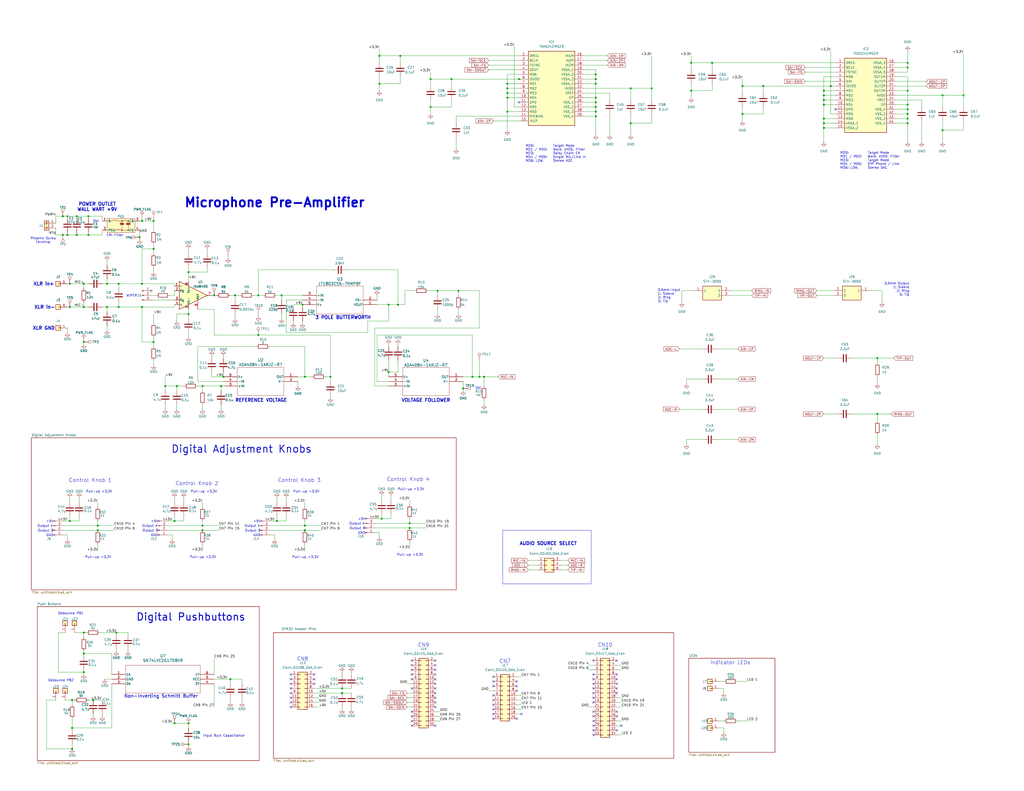
<source format=kicad_sch>
(kicad_sch (version 20231120) (generator "eeschema") (generator_version "8.0")
  (paper "C")
  (title_block (title "Pre-Amplifier Design - Jonathan Ogilvie") (rev "A"))
  (lib_symbols
    (symbol "ADA 4084-1 Op amp 5 Pin:ADA4084-1ARJZ-R7" (pin_names (offset 0.254))
      (property "Reference" "U" (at 20.32 10.16 0))
      (property "Value" "ADA4084-1ARJZ-R7" (at 20.32 7.62 0))
      (symbol "ADA4084-1ARJZ-R7_0_1"
        (pin output line (at 0 0 0) (length 7.62) (name "OUT") (number "1"))
        (pin power_in line (at 0 -2.54 0) (length 7.62) (name "V-") (number "2"))
        (pin input line (at 40.64 -5.08 180) (length 7.62) (name "+IN") (number "3"))
        (pin input line (at 40.64 -2.54 180) (length 7.62) (name "-IN") (number "4"))
        (pin power_in line (at 40.64 0 180) (length 7.62) (name "V+") (number "5"))
      )
    )
    (symbol "ADA4084-1ARJZ-R7_1" (pin_names (offset 0.254))
      (property "Reference" "U" (at 20.32 10.16 0))
      (property "Value" "ADA4084-1ARJZ-R7" (at 20.32 7.62 0))
      (symbol "ADA4084-1ARJZ-R7_1_0_1"
        (pin output line (at 0 0 0) (length 7.62) (name "OUT") (number "1"))
        (pin power_in line (at 0 -2.54 0) (length 7.62) (name "V-") (number "2"))
        (pin input line (at 40.64 -5.08 180) (length 7.62) (name "+IN") (number "3"))
        (pin input line (at 40.64 -2.54 180) (length 7.62) (name "-IN") (number "4"))
        (pin power_in line (at 40.64 0 180) (length 7.62) (name "V+") (number "5"))
      )
    )
    (symbol "Amplifier_Instrumentation:INA849D" (pin_names (offset 0.127))
      (property "Reference" "U" (at 3.556 7.366 0))
      (property "Value" "INA849D" (at 7.366 5.334 0))
      (symbol "INA849D_1_1"
        (pin input line (at -7.62 5.08 0) (length 2.54) (name "-") (number "1"))
        (pin passive line (at -7.62 2.54 0) (length 2.54) (name "Rg") (number "2"))
        (pin passive line (at -7.62 -2.54 0) (length 2.54) (name "Rg") (number "3"))
        (pin input line (at -7.62 -5.08 0) (length 2.54) (name "+") (number "4"))
        (pin power_in line (at 0 -7.62 90) (length 2.54) (name "Vs-") (number "5"))
        (pin passive line (at 5.08 -7.62 90) (length 5.08) (name "Ref") (number "6"))
        (pin output line (at 12.7 0 180) (length 2.54) (name "~") (number "7"))
        (pin power_in line (at 0 7.62 270) (length 2.54) (name "Vs+") (number "8"))
      )
    )
    (symbol "Connector:Conn_01x03_Pin" (pin_names (offset 1.016) hide)
      (property "Reference" "J" (at 0 5.08 0))
      (property "Value" "Conn_01x03_Pin" (at 0 -5.08 0))
      (symbol "Conn_01x03_Pin_1_1"
        (pin passive line (at 5.08 2.54 180) (length 3.81) (name "Pin_1") (number "1"))
        (pin passive line (at 5.08 0 180) (length 3.81) (name "Pin_2") (number "2"))
        (pin passive line (at 5.08 -2.54 180) (length 3.81) (name "Pin_3") (number "3"))
      )
    )
    (symbol "Connector:Conn_01x04_Pin" (pin_names (offset 1.016) hide)
      (property "Reference" "J" (at 0 5.08 0))
      (property "Value" "Conn_01x04_Pin" (at 0 -7.62 0))
      (symbol "Conn_01x04_Pin_1_1"
        (pin passive line (at 5.08 2.54 180) (length 3.81) (name "Pin_1") (number "1"))
        (pin passive line (at 5.08 0 180) (length 3.81) (name "Pin_2") (number "2"))
        (pin passive line (at 5.08 -2.54 180) (length 3.81) (name "Pin_3") (number "3"))
        (pin passive line (at 5.08 -5.08 180) (length 3.81) (name "Pin_4") (number "4"))
      )
    )
    (symbol "Connector:Screw_Terminal_01x02" (pin_names (offset 1.016) hide)
      (property "Reference" "J" (at 0 2.54 0))
      (property "Value" "Screw_Terminal_01x02" (at 0 -5.08 0))
      (symbol "Screw_Terminal_01x02_1_1"
        (pin passive line (at -5.08 0 0) (length 3.81) (name "Pin_1") (number "1"))
        (pin passive line (at -5.08 -2.54 0) (length 3.81) (name "Pin_2") (number "2"))
      )
    )
    (symbol "Connector:TestPoint" (pin_numbers hide) (pin_names (offset 0.762) hide)
      (property "Reference" "TP" (at 0 6.858 0))
      (property "Value" "TestPoint" (at 0 5.08 0))
      (symbol "TestPoint_1_1"
        (pin passive line (at 0 0 90) (length 2.54) (name "1") (number "1"))
      )
    )
    (symbol "Connector_Generic:Conn_01x01" (pin_names (offset 1.016) hide)
      (property "Reference" "J" (at 0 2.54 0))
      (property "Value" "Conn_01x01" (at 0 -2.54 0))
      (symbol "Conn_01x01_1_1"
        (pin passive line (at -5.08 0 0) (length 3.81) (name "Pin_1") (number "1"))
      )
    )
    (symbol "Connector_Generic:Conn_02x03_Odd_Even" (pin_names (offset 1.016) hide)
      (property "Reference" "J" (at 1.27 5.08 0))
      (property "Value" "Conn_02x03_Odd_Even" (at 1.27 -5.08 0))
      (symbol "Conn_02x03_Odd_Even_1_1"
        (pin passive line (at -5.08 2.54 0) (length 3.81) (name "Pin_1") (number "1"))
        (pin passive line (at 7.62 2.54 180) (length 3.81) (name "Pin_2") (number "2"))
        (pin passive line (at -5.08 0 0) (length 3.81) (name "Pin_3") (number "3"))
        (pin passive line (at 7.62 0 180) (length 3.81) (name "Pin_4") (number "4"))
        (pin passive line (at -5.08 -2.54 0) (length 3.81) (name "Pin_5") (number "5"))
        (pin passive line (at 7.62 -2.54 180) (length 3.81) (name "Pin_6") (number "6"))
      )
    )
    (symbol "Connector_Generic:Conn_02x08_Odd_Even" (pin_names (offset 1.016) hide)
      (property "Reference" "J" (at 1.27 10.16 0))
      (property "Value" "Conn_02x08_Odd_Even" (at 1.27 -12.7 0))
      (symbol "Conn_02x08_Odd_Even_1_1"
        (pin passive line (at -5.08 7.62 0) (length 3.81) (name "Pin_1") (number "1"))
        (pin passive line (at 7.62 -2.54 180) (length 3.81) (name "Pin_10") (number "10"))
        (pin passive line (at -5.08 -5.08 0) (length 3.81) (name "Pin_11") (number "11"))
        (pin passive line (at 7.62 -5.08 180) (length 3.81) (name "Pin_12") (number "12"))
        (pin passive line (at -5.08 -7.62 0) (length 3.81) (name "Pin_13") (number "13"))
        (pin passive line (at 7.62 -7.62 180) (length 3.81) (name "Pin_14") (number "14"))
        (pin passive line (at -5.08 -10.16 0) (length 3.81) (name "Pin_15") (number "15"))
        (pin passive line (at 7.62 -10.16 180) (length 3.81) (name "Pin_16") (number "16"))
        (pin passive line (at 7.62 7.62 180) (length 3.81) (name "Pin_2") (number "2"))
        (pin passive line (at -5.08 5.08 0) (length 3.81) (name "Pin_3") (number "3"))
        (pin passive line (at 7.62 5.08 180) (length 3.81) (name "Pin_4") (number "4"))
        (pin passive line (at -5.08 2.54 0) (length 3.81) (name "Pin_5") (number "5"))
        (pin passive line (at 7.62 2.54 180) (length 3.81) (name "Pin_6") (number "6"))
        (pin passive line (at -5.08 0 0) (length 3.81) (name "Pin_7") (number "7"))
        (pin passive line (at 7.62 0 180) (length 3.81) (name "Pin_8") (number "8"))
        (pin passive line (at -5.08 -2.54 0) (length 3.81) (name "Pin_9") (number "9"))
      )
    )
    (symbol "Connector_Generic:Conn_02x10_Odd_Even" (pin_names (offset 1.016) hide)
      (property "Reference" "J" (at 1.27 12.7 0))
      (property "Value" "Conn_02x10_Odd_Even" (at 1.27 -15.24 0))
      (symbol "Conn_02x10_Odd_Even_1_1"
        (pin passive line (at -5.08 10.16 0) (length 3.81) (name "Pin_1") (number "1"))
        (pin passive line (at 7.62 0 180) (length 3.81) (name "Pin_10") (number "10"))
        (pin passive line (at -5.08 -2.54 0) (length 3.81) (name "Pin_11") (number "11"))
        (pin passive line (at 7.62 -2.54 180) (length 3.81) (name "Pin_12") (number "12"))
        (pin passive line (at -5.08 -5.08 0) (length 3.81) (name "Pin_13") (number "13"))
        (pin passive line (at 7.62 -5.08 180) (length 3.81) (name "Pin_14") (number "14"))
        (pin passive line (at -5.08 -7.62 0) (length 3.81) (name "Pin_15") (number "15"))
        (pin passive line (at 7.62 -7.62 180) (length 3.81) (name "Pin_16") (number "16"))
        (pin passive line (at -5.08 -10.16 0) (length 3.81) (name "Pin_17") (number "17"))
        (pin passive line (at 7.62 -10.16 180) (length 3.81) (name "Pin_18") (number "18"))
        (pin passive line (at -5.08 -12.7 0) (length 3.81) (name "Pin_19") (number "19"))
        (pin passive line (at 7.62 10.16 180) (length 3.81) (name "Pin_2") (number "2"))
        (pin passive line (at 7.62 -12.7 180) (length 3.81) (name "Pin_20") (number "20"))
        (pin passive line (at -5.08 7.62 0) (length 3.81) (name "Pin_3") (number "3"))
        (pin passive line (at 7.62 7.62 180) (length 3.81) (name "Pin_4") (number "4"))
        (pin passive line (at -5.08 5.08 0) (length 3.81) (name "Pin_5") (number "5"))
        (pin passive line (at 7.62 5.08 180) (length 3.81) (name "Pin_6") (number "6"))
        (pin passive line (at -5.08 2.54 0) (length 3.81) (name "Pin_7") (number "7"))
        (pin passive line (at 7.62 2.54 180) (length 3.81) (name "Pin_8") (number "8"))
        (pin passive line (at -5.08 0 0) (length 3.81) (name "Pin_9") (number "9"))
      )
    )
    (symbol "Connector_Generic:Conn_02x15_Odd_Even" (pin_names (offset 1.016) hide)
      (property "Reference" "J" (at 1.27 20.32 0))
      (property "Value" "Conn_02x15_Odd_Even" (at 1.27 -20.32 0))
      (symbol "Conn_02x15_Odd_Even_1_1"
        (pin passive line (at -5.08 17.78 0) (length 3.81) (name "Pin_1") (number "1"))
        (pin passive line (at 7.62 7.62 180) (length 3.81) (name "Pin_10") (number "10"))
        (pin passive line (at -5.08 5.08 0) (length 3.81) (name "Pin_11") (number "11"))
        (pin passive line (at 7.62 5.08 180) (length 3.81) (name "Pin_12") (number "12"))
        (pin passive line (at -5.08 2.54 0) (length 3.81) (name "Pin_13") (number "13"))
        (pin passive line (at 7.62 2.54 180) (length 3.81) (name "Pin_14") (number "14"))
        (pin passive line (at -5.08 0 0) (length 3.81) (name "Pin_15") (number "15"))
        (pin passive line (at 7.62 0 180) (length 3.81) (name "Pin_16") (number "16"))
        (pin passive line (at -5.08 -2.54 0) (length 3.81) (name "Pin_17") (number "17"))
        (pin passive line (at 7.62 -2.54 180) (length 3.81) (name "Pin_18") (number "18"))
        (pin passive line (at -5.08 -5.08 0) (length 3.81) (name "Pin_19") (number "19"))
        (pin passive line (at 7.62 17.78 180) (length 3.81) (name "Pin_2") (number "2"))
        (pin passive line (at 7.62 -5.08 180) (length 3.81) (name "Pin_20") (number "20"))
        (pin passive line (at -5.08 -7.62 0) (length 3.81) (name "Pin_21") (number "21"))
        (pin passive line (at 7.62 -7.62 180) (length 3.81) (name "Pin_22") (number "22"))
        (pin passive line (at -5.08 -10.16 0) (length 3.81) (name "Pin_23") (number "23"))
        (pin passive line (at 7.62 -10.16 180) (length 3.81) (name "Pin_24") (number "24"))
        (pin passive line (at -5.08 -12.7 0) (length 3.81) (name "Pin_25") (number "25"))
        (pin passive line (at 7.62 -12.7 180) (length 3.81) (name "Pin_26") (number "26"))
        (pin passive line (at -5.08 -15.24 0) (length 3.81) (name "Pin_27") (number "27"))
        (pin passive line (at 7.62 -15.24 180) (length 3.81) (name "Pin_28") (number "28"))
        (pin passive line (at -5.08 -17.78 0) (length 3.81) (name "Pin_29") (number "29"))
        (pin passive line (at -5.08 15.24 0) (length 3.81) (name "Pin_3") (number "3"))
        (pin passive line (at 7.62 -17.78 180) (length 3.81) (name "Pin_30") (number "30"))
        (pin passive line (at 7.62 15.24 180) (length 3.81) (name "Pin_4") (number "4"))
        (pin passive line (at -5.08 12.7 0) (length 3.81) (name "Pin_5") (number "5"))
        (pin passive line (at 7.62 12.7 180) (length 3.81) (name "Pin_6") (number "6"))
        (pin passive line (at -5.08 10.16 0) (length 3.81) (name "Pin_7") (number "7"))
        (pin passive line (at 7.62 10.16 180) (length 3.81) (name "Pin_8") (number "8"))
        (pin passive line (at -5.08 7.62 0) (length 3.81) (name "Pin_9") (number "9"))
      )
    )
    (symbol "Connector_Generic:Conn_02x17_Odd_Even" (pin_names (offset 1.016) hide)
      (property "Reference" "J" (at 1.27 22.86 0))
      (property "Value" "Conn_02x17_Odd_Even" (at 1.27 -22.86 0))
      (symbol "Conn_02x17_Odd_Even_1_1"
        (pin passive line (at -5.08 20.32 0) (length 3.81) (name "Pin_1") (number "1"))
        (pin passive line (at 7.62 10.16 180) (length 3.81) (name "Pin_10") (number "10"))
        (pin passive line (at -5.08 7.62 0) (length 3.81) (name "Pin_11") (number "11"))
        (pin passive line (at 7.62 7.62 180) (length 3.81) (name "Pin_12") (number "12"))
        (pin passive line (at -5.08 5.08 0) (length 3.81) (name "Pin_13") (number "13"))
        (pin passive line (at 7.62 5.08 180) (length 3.81) (name "Pin_14") (number "14"))
        (pin passive line (at -5.08 2.54 0) (length 3.81) (name "Pin_15") (number "15"))
        (pin passive line (at 7.62 2.54 180) (length 3.81) (name "Pin_16") (number "16"))
        (pin passive line (at -5.08 0 0) (length 3.81) (name "Pin_17") (number "17"))
        (pin passive line (at 7.62 0 180) (length 3.81) (name "Pin_18") (number "18"))
        (pin passive line (at -5.08 -2.54 0) (length 3.81) (name "Pin_19") (number "19"))
        (pin passive line (at 7.62 20.32 180) (length 3.81) (name "Pin_2") (number "2"))
        (pin passive line (at 7.62 -2.54 180) (length 3.81) (name "Pin_20") (number "20"))
        (pin passive line (at -5.08 -5.08 0) (length 3.81) (name "Pin_21") (number "21"))
        (pin passive line (at 7.62 -5.08 180) (length 3.81) (name "Pin_22") (number "22"))
        (pin passive line (at -5.08 -7.62 0) (length 3.81) (name "Pin_23") (number "23"))
        (pin passive line (at 7.62 -7.62 180) (length 3.81) (name "Pin_24") (number "24"))
        (pin passive line (at -5.08 -10.16 0) (length 3.81) (name "Pin_25") (number "25"))
        (pin passive line (at 7.62 -10.16 180) (length 3.81) (name "Pin_26") (number "26"))
        (pin passive line (at -5.08 -12.7 0) (length 3.81) (name "Pin_27") (number "27"))
        (pin passive line (at 7.62 -12.7 180) (length 3.81) (name "Pin_28") (number "28"))
        (pin passive line (at -5.08 -15.24 0) (length 3.81) (name "Pin_29") (number "29"))
        (pin passive line (at -5.08 17.78 0) (length 3.81) (name "Pin_3") (number "3"))
        (pin passive line (at 7.62 -15.24 180) (length 3.81) (name "Pin_30") (number "30"))
        (pin passive line (at -5.08 -17.78 0) (length 3.81) (name "Pin_31") (number "31"))
        (pin passive line (at 7.62 -17.78 180) (length 3.81) (name "Pin_32") (number "32"))
        (pin passive line (at -5.08 -20.32 0) (length 3.81) (name "Pin_33") (number "33"))
        (pin passive line (at 7.62 -20.32 180) (length 3.81) (name "Pin_34") (number "34"))
        (pin passive line (at 7.62 17.78 180) (length 3.81) (name "Pin_4") (number "4"))
        (pin passive line (at -5.08 15.24 0) (length 3.81) (name "Pin_5") (number "5"))
        (pin passive line (at 7.62 15.24 180) (length 3.81) (name "Pin_6") (number "6"))
        (pin passive line (at -5.08 12.7 0) (length 3.81) (name "Pin_7") (number "7"))
        (pin passive line (at 7.62 12.7 180) (length 3.81) (name "Pin_8") (number "8"))
        (pin passive line (at -5.08 10.16 0) (length 3.81) (name "Pin_9") (number "9"))
      )
    )
    (symbol "Device:C" (pin_numbers hide) (pin_names (offset 0.254))
      (property "Reference" "C" (at 0.635 2.54 0))
      (property "Value" "C" (at 0.635 -2.54 0))
      (symbol "C_1_1"
        (pin passive line (at 0 3.81 270) (length 2.794) (name "~") (number "1"))
        (pin passive line (at 0 -3.81 90) (length 2.794) (name "~") (number "2"))
      )
    )
    (symbol "Device:R" (pin_numbers hide) (pin_names (offset 0))
      (property "Reference" "R" (at 2.032 0 90))
      (property "Value" "R" (at 0 0 90))
      (symbol "R_1_1"
        (pin passive line (at 0 3.81 270) (length 1.27) (name "~") (number "1"))
        (pin passive line (at 0 -3.81 90) (length 1.27) (name "~") (number "2"))
      )
    )
    (symbol "Filter:BNX025"
      (property "Reference" "FL" (at -6.35 5.08 0))
      (property "Value" "BNX025" (at 7.62 5.08 0))
      (symbol "BNX025_1_1"
        (pin passive line (at -10.16 2.54 0) (length 2.54) (name "B") (number "1"))
        (pin passive line (at 10.16 2.54 180) (length 2.54) (name "CB") (number "2"))
        (pin passive line (at -10.16 -2.54 0) (length 2.54) (name "PSG") (number "3"))
        (pin passive line (at 10.16 -2.54 180) (length 2.54) (name "CG") (number "4"))
      )
    )
    (symbol "LT1803 op amp:LT1803CS5-TRMPBF" (pin_names (offset 0.254))
      (property "Reference" "U" (at 20.32 10.16 0))
      (property "Value" "LT1803CS5-TRMPBF" (at 20.32 7.62 0))
      (symbol "LT1803CS5-TRMPBF_0_1"
        (pin output line (at 0 0 0) (length 7.62) (name "VOUT") (number "1"))
        (pin power_in line (at 0 -2.54 0) (length 7.62) (name "VS-") (number "2"))
        (pin input line (at 40.64 -5.08 180) (length 7.62) (name "+IN") (number "3"))
        (pin input line (at 40.64 -2.54 180) (length 7.62) (name "-IN") (number "4"))
        (pin power_in line (at 40.64 0 180) (length 7.62) (name "V+") (number "5"))
      )
    )
    (symbol "Library_Loader:STX-3000"
      (property "Reference" "J" (at 16.51 7.62 0))
      (property "Value" "STX-3000" (at 16.51 5.08 0))
      (symbol "STX-3000_1_1"
        (pin passive line (at 0 0 0) (length 5.08) (name "1") (number "1"))
        (pin passive line (at 20.32 0 180) (length 5.08) (name "2") (number "2"))
        (pin passive line (at 20.32 -2.54 180) (length 5.08) (name "3") (number "3"))
      )
    )
    (symbol "Library_Loader:TAA5242IRGER"
      (property "Reference" "IC" (at 31.75 7.62 0))
      (property "Value" "TAA5242IRGER" (at 31.75 5.08 0))
      (symbol "TAA5242IRGER_1_1"
        (pin passive line (at 0 0 0) (length 5.08) (name "DREG") (number "1"))
        (pin passive line (at 0 -22.86 0) (length 5.08) (name "MD4") (number "10"))
        (pin passive line (at 0 -25.4 0) (length 5.08) (name "GPO") (number "11"))
        (pin passive line (at 0 -27.94 0) (length 5.08) (name "MD5") (number "12"))
        (pin passive line (at 0 -30.48 0) (length 5.08) (name "MD0") (number "13"))
        (pin passive line (at 0 -33.02 0) (length 5.08) (name "MICBIAS") (number "14"))
        (pin passive line (at 0 -35.56 0) (length 5.08) (name "IN1P") (number "15"))
        (pin passive line (at 35.56 0 180) (length 5.08) (name "IN1M") (number "16"))
        (pin passive line (at 35.56 -2.54 180) (length 5.08) (name "IN2P") (number "17"))
        (pin passive line (at 35.56 -5.08 180) (length 5.08) (name "IN2M") (number "18"))
        (pin passive line (at 35.56 -7.62 180) (length 5.08) (name "VSSA_1") (number "19"))
        (pin passive line (at 0 -2.54 0) (length 5.08) (name "BCLK") (number "2"))
        (pin passive line (at 35.56 -10.16 180) (length 5.08) (name "VSSA_2") (number "20"))
        (pin passive line (at 35.56 -12.7 180) (length 5.08) (name "VSSA_3") (number "21"))
        (pin passive line (at 35.56 -15.24 180) (length 5.08) (name "VSSA_4") (number "22"))
        (pin passive line (at 35.56 -17.78 180) (length 5.08) (name "AVDD") (number "23"))
        (pin passive line (at 35.56 -20.32 180) (length 5.08) (name "VREF") (number "24"))
        (pin passive line (at 35.56 -22.86 180) (length 5.08) (name "EP") (number "25"))
        (pin passive line (at 35.56 -25.4 180) (length 5.08) (name "VSS_1") (number "26"))
        (pin passive line (at 35.56 -27.94 180) (length 5.08) (name "VSS_2") (number "27"))
        (pin passive line (at 35.56 -30.48 180) (length 5.08) (name "VSS_3") (number "28"))
        (pin passive line (at 35.56 -33.02 180) (length 5.08) (name "VSS_4") (number "29"))
        (pin passive line (at 0 -5.08 0) (length 5.08) (name "FSYNC") (number "3"))
        (pin passive line (at 0 -7.62 0) (length 5.08) (name "DOUT") (number "4"))
        (pin passive line (at 0 -10.16 0) (length 5.08) (name "MD6") (number "5"))
        (pin passive line (at 0 -12.7 0) (length 5.08) (name "IOVDD") (number "6"))
        (pin passive line (at 0 -15.24 0) (length 5.08) (name "MD1") (number "7"))
        (pin passive line (at 0 -17.78 0) (length 5.08) (name "MD2") (number "8"))
        (pin passive line (at 0 -20.32 0) (length 5.08) (name "MD3") (number "9"))
      )
    )
    (symbol "Library_Loader:TAD5242IRGER"
      (property "Reference" "IC" (at 29.21 7.62 0))
      (property "Value" "TAD5242IRGER" (at 29.21 5.08 0))
      (symbol "TAD5242IRGER_1_1"
        (pin passive line (at 0 0 0) (length 5.08) (name "DREG") (number "1"))
        (pin passive line (at 0 -22.86 0) (length 5.08) (name "MD4") (number "10"))
        (pin passive line (at 0 -25.4 0) (length 5.08) (name "GPO") (number "11"))
        (pin passive line (at 0 -27.94 0) (length 5.08) (name "MD5") (number "12"))
        (pin passive line (at 0 -30.48 0) (length 5.08) (name "MD0") (number "13"))
        (pin passive line (at 0 -33.02 0) (length 5.08) (name "VSSA_1") (number "14"))
        (pin passive line (at 0 -35.56 0) (length 5.08) (name "VSSA_2") (number "15"))
        (pin passive line (at 33.02 0 180) (length 5.08) (name "VSSA_3") (number "16"))
        (pin passive line (at 33.02 -2.54 180) (length 5.08) (name "VSSA_4") (number "17"))
        (pin passive line (at 33.02 -5.08 180) (length 5.08) (name "VSSA_5") (number "18"))
        (pin passive line (at 33.02 -7.62 180) (length 5.08) (name "OUT1M") (number "19"))
        (pin passive line (at 0 -2.54 0) (length 5.08) (name "BCLK") (number "2"))
        (pin passive line (at 33.02 -10.16 180) (length 5.08) (name "OUT1P") (number "20"))
        (pin passive line (at 33.02 -12.7 180) (length 5.08) (name "OUT2P") (number "21"))
        (pin passive line (at 33.02 -15.24 180) (length 5.08) (name "OUT2M") (number "22"))
        (pin passive line (at 33.02 -17.78 180) (length 5.08) (name "AVDD") (number "23"))
        (pin passive line (at 33.02 -20.32 180) (length 5.08) (name "VREF") (number "24"))
        (pin passive line (at 33.02 -22.86 180) (length 5.08) (name "EP") (number "25"))
        (pin passive line (at 0 -5.08 0) (length 5.08) (name "FSYNC") (number "3"))
        (pin passive line (at 0 -7.62 0) (length 5.08) (name "MD6") (number "4"))
        (pin passive line (at 0 -10.16 0) (length 5.08) (name "DIN") (number "5"))
        (pin passive line (at 0 -12.7 0) (length 5.08) (name "IOVDD") (number "6"))
        (pin passive line (at 0 -15.24 0) (length 5.08) (name "MD1") (number "7"))
        (pin passive line (at 0 -17.78 0) (length 5.08) (name "MD2") (number "8"))
        (pin passive line (at 0 -20.32 0) (length 5.08) (name "MD3") (number "9"))
        (pin passive line (at 33.02 -25.4 180) (length 5.08) (name "VSS_1") (number "A1"))
        (pin passive line (at 33.02 -27.94 180) (length 5.08) (name "VSS_2") (number "A2"))
        (pin passive line (at 33.02 -30.48 180) (length 5.08) (name "VSS_3") (number "A3"))
        (pin passive line (at 33.02 -33.02 180) (length 5.08) (name "VSS_4") (number "A4"))
      )
    )
    (symbol "Schmitt Buffer:SN74LVC2G17DBVR" (pin_names (offset 0.254))
      (property "Reference" "U" (at 27.94 10.16 0))
      (property "Value" "SN74LVC2G17DBVR" (at 27.94 7.62 0))
      (symbol "SN74LVC2G17DBVR_0_1"
        (pin input line (at 0 0 0) (length 7.62) (name "1A") (number "1"))
        (pin power_in line (at 0 -2.54 0) (length 7.62) (name "GND") (number "2"))
        (pin input line (at 0 -5.08 0) (length 7.62) (name "2A") (number "3"))
        (pin output line (at 55.88 -5.08 180) (length 7.62) (name "2Y") (number "4"))
        (pin power_in line (at 55.88 -2.54 180) (length 7.62) (name "VCC") (number "5"))
        (pin output line (at 55.88 0 180) (length 7.62) (name "1Y") (number "6"))
      )
    )
    (symbol "power:GND" (power) (pin_numbers hide) (pin_names (offset 0) hide)
      (property "Value" "GND" (at 0 -3.81 0))
      (symbol "GND_1_1"
        (pin power_in line (at 0 0 270) (length 0) (name "~") (number "1"))
      )
    )
    (symbol "power:PWR_FLAG" (power) (pin_numbers hide) (pin_names (offset 0) hide)
      (property "Value" "PWR_FLAG" (at 0 3.81 0))
      (symbol "PWR_FLAG_0_0"
        (pin power_out line (at 0 0 90) (length 0) (name "~") (number "1"))
      )
    )
  )
  (junction (at 45.72 167.64))
  (junction (at 355.6 48.26))
  (junction (at 58.42 167.64))
  (junction (at 140.97 182.88))
  (junction (at 64.77 167.64))
  (junction (at 495.3 49.53))
  (junction (at 449.58 69.85))
  (junction (at 234.95 43.18))
  (junction (at 276.86 53.34))
  (junction (at 405.13 46.99))
  (junction (at 223.52 285.75))
  (junction (at 325.12 60.96))
  (junction (at 63.5 345.44))
  (junction (at 125.73 370.84))
  (junction (at 416.56 46.99))
  (junction (at 77.47 154.94))
  (junction (at 41.91 128.27))
  (junction (at 36.83 118.11))
  (junction (at 64.77 154.94))
  (junction (at 110.49 210.82))
  (junction (at 153.67 161.29))
  (junction (at 96.52 210.82))
  (junction (at 377.19 49.53))
  (junction (at 495.3 67.31))
  (junction (at 95.25 284.48))
  (junction (at 110.49 287.02))
  (junction (at 45.72 367.03))
  (junction (at 234.95 58.42))
  (junction (at 217.17 166.37))
  (junction (at 83.82 135.89))
  (junction (at 218.44 30.48))
  (junction (at 36.83 128.27))
  (junction (at 246.38 43.18))
  (junction (at 250.19 158.75))
  (junction (at 264.16 205.74))
  (junction (at 39.37 408.94))
  (junction (at 151.13 284.48))
  (junction (at 495.3 62.23))
  (junction (at 180.34 205.74))
  (junction (at 165.1 166.37))
  (junction (at 377.19 34.29))
  (junction (at 495.3 34.29))
  (junction (at 276.86 45.72))
  (junction (at 325.12 40.64))
  (junction (at 525.78 52.07))
  (junction (at 325.12 63.5))
  (junction (at 495.3 64.77))
  (junction (at 50.8 382.27))
  (junction (at 110.49 289.56))
  (junction (at 325.12 43.18))
  (junction (at 166.37 205.74))
  (junction (at 514.35 52.07))
  (junction (at 76.2 129.54))
  (junction (at 140.97 161.29))
  (junction (at 41.91 118.11))
  (junction (at 276.86 48.26))
  (junction (at 449.58 64.77))
  (junction (at 186.69 378.46))
  (junction (at 102.87 406.4))
  (junction (at 186.69 375.92))
  (junction (at 128.27 161.29))
  (junction (at 514.35 71.12))
  (junction (at 45.72 154.94))
  (junction (at 325.12 58.42))
  (junction (at 83.82 186.69))
  (junction (at 102.87 394.97))
  (junction (at 223.52 288.29))
  (junction (at 34.29 128.27))
  (junction (at 388.62 34.29))
  (junction (at 120.65 210.82))
  (junction (at 102.87 171.45))
  (junction (at 116.84 161.29))
  (junction (at 212.09 203.2))
  (junction (at 257.81 205.74))
  (junction (at 276.86 60.96))
  (junction (at 495.3 57.15))
  (junction (at 344.17 67.31))
  (junction (at 238.76 158.75))
  (junction (at 449.58 57.15))
  (junction (at 77.47 120.65))
  (junction (at 45.72 186.69))
  (junction (at 207.01 45.72))
  (junction (at 90.17 210.82))
  (junction (at 53.34 289.56))
  (junction (at 283.21 43.18))
  (junction (at 77.47 167.64))
  (junction (at 208.28 283.21))
  (junction (at 325.12 45.72))
  (junction (at 252.73 212.09))
  (junction (at 405.13 62.23))
  (junction (at 325.12 53.34))
  (junction (at 39.37 382.27))
  (junction (at 166.37 287.02))
  (junction (at 449.58 54.61))
  (junction (at 495.3 59.69))
  (junction (at 325.12 55.88))
  (junction (at 121.92 205.74))
  (junction (at 495.3 36.83))
  (junction (at 102.87 148.59))
  (junction (at 478.79 195.58))
  (junction (at 58.42 154.94))
  (junction (at 48.26 118.11))
  (junction (at 276.86 50.8))
  (junction (at 449.58 49.53))
  (junction (at 478.79 226.06))
  (junction (at 95.25 394.97))
  (junction (at 453.39 46.99))
  (junction (at 261.62 205.74))
  (junction (at 45.72 356.87))
  (junction (at 34.29 118.11))
  (junction (at 449.58 67.31))
  (junction (at 166.37 289.56))
  (junction (at 48.26 128.27))
  (junction (at 38.1 154.94))
  (junction (at 83.82 120.65))
  (junction (at 207.01 30.48))
  (junction (at 38.1 167.64))
  (junction (at 212.09 166.37))
  (junction (at 45.72 345.44))
  (junction (at 39.37 397.51))
  (junction (at 449.58 52.07))
  (junction (at 344.17 48.26))
  (junction (at 38.1 284.48))
  (junction (at 53.34 287.02))
  (no_connect (at 336.55 370.84))
  (no_connect (at 323.85 396.24))
  (no_connect (at 171.45 373.38))
  (no_connect (at 339.09 396.24))
  (no_connect (at 158.75 381))
  (no_connect (at 158.75 373.38))
  (no_connect (at 281.94 377.19))
  (no_connect (at 336.55 398.78))
  (no_connect (at 284.48 389.89))
  (no_connect (at 82.55 158.75))
  (no_connect (at 158.75 370.84))
  (no_connect (at 336.55 373.38))
  (no_connect (at 224.79 363.22))
  (no_connect (at 158.75 378.46))
  (no_connect (at 158.75 368.3))
  (no_connect (at 237.49 368.3))
  (no_connect (at 336.55 388.62))
  (no_connect (at 158.75 386.08))
  (no_connect (at 269.24 384.81))
  (no_connect (at 224.79 375.92))
  (no_connect (at 269.24 387.35))
  (no_connect (at 237.49 375.92))
  (no_connect (at 269.24 392.43))
  (no_connect (at 237.49 363.22))
  (no_connect (at 269.24 374.65))
  (no_connect (at 237.49 365.76))
  (no_connect (at 237.49 373.38))
  (no_connect (at 269.24 379.73))
  (no_connect (at 283.21 55.88))
  (no_connect (at 237.49 383.54))
  (no_connect (at 455.93 59.69))
  (no_connect (at 336.55 378.46))
  (no_connect (at 269.24 382.27))
  (no_connect (at 336.55 360.68))
  (no_connect (at 224.79 388.62))
  (no_connect (at 336.55 375.92))
  (no_connect (at 336.55 368.3))
  (no_connect (at 281.94 392.43))
  (no_connect (at 158.75 375.92))
  (no_connect (at 224.79 391.16))
  (no_connect (at 237.49 378.46))
  (no_connect (at 269.24 389.89))
  (no_connect (at 171.45 370.84))
  (no_connect (at 269.24 372.11))
  (no_connect (at 171.45 368.3))
  (no_connect (at 323.85 370.84))
  (no_connect (at 323.85 373.38))
  (no_connect (at 323.85 381))
  (no_connect (at 323.85 378.46))
  (no_connect (at 224.79 365.76))
  (no_connect (at 158.75 383.54))
  (no_connect (at 237.49 381))
  (no_connect (at 224.79 368.3))
  (no_connect (at 237.49 370.84))
  (no_connect (at 323.85 375.92))
  (no_connect (at 237.49 360.68))
  (no_connect (at 323.85 360.68))
  (no_connect (at 224.79 393.7))
  (no_connect (at 336.55 391.16))
  (no_connect (at 323.85 383.54))
  (no_connect (at 323.85 368.3))
  (no_connect (at 323.85 388.62))
  (no_connect (at 323.85 391.16))
  (no_connect (at 323.85 393.7))
  (no_connect (at 323.85 401.32))
  (no_connect (at 237.49 396.24))
  (no_connect (at 224.79 370.84))
  (no_connect (at 237.49 386.08))
  (no_connect (at 224.79 396.24))
  (no_connect (at 281.94 372.11))
  (no_connect (at 269.24 369.57))
  (no_connect (at 281.94 374.65))
  (no_connect (at 224.79 360.68))
  (no_connect (at 323.85 398.78))
  (wire (pts (xy 207.01 30.48) (xy 207.01 34.29)))
  (wire (pts (xy 64.77 167.64) (xy 64.77 165.1)))
  (wire (pts (xy 306.07 308.61) (xy 309.88 308.61)))
  (wire (pts (xy 449.58 41.91) (xy 449.58 49.53)))
  (wire (pts (xy 91.44 289.56) (xy 110.49 289.56)))
  (wire (pts (xy 31.75 345.44) (xy 31.75 367.03)))
  (wire (pts (xy 165.1 175.26) (xy 165.1 176.53)))
  (wire (pts (xy 83.82 186.69) (xy 77.47 186.69)))
  (wire (pts (xy 82.55 163.83) (xy 95.25 163.83)))
  (wire (pts (xy 252.73 205.74) (xy 257.81 205.74)))
  (wire (pts (xy 30.48 128.27) (xy 34.29 128.27)))
  (wire (pts (xy 212.09 175.26) (xy 212.09 166.37)))
  (wire (pts (xy 233.68 158.75) (xy 238.76 158.75)))
  (wire (pts (xy 95.25 154.94) (xy 77.47 154.94)))
  (wire (pts (xy 332.74 62.23) (xy 332.74 73.66)))
  (wire (pts (xy 69.85 346.71) (xy 69.85 345.44)))
  (wire (pts (xy 246.38 43.18) (xy 283.21 43.18)))
  (wire (pts (xy 166.37 287.02) (xy 175.26 287.02)))
  (wire (pts (xy 488.95 64.77) (xy 495.3 64.77)))
  (wire (pts (xy 318.77 48.26) (xy 344.17 48.26)))
  (wire (pts (xy 218.44 30.48) (xy 218.44 34.29)))
  (wire (pts (xy 355.6 30.48) (xy 355.6 48.26)))
  (wire (pts (xy 77.47 135.89) (xy 77.47 154.94)))
  (wire (pts (xy 453.39 46.99) (xy 453.39 27.94)))
  (wire (pts (xy 200.66 181.61) (xy 200.66 175.26)))
  (wire (pts (xy 339.09 383.54) (xy 336.55 383.54)))
  (wire (pts (xy 100.33 281.94) (xy 100.33 284.48)))
  (wire (pts (xy 377.19 49.53) (xy 377.19 53.34)))
  (wire (pts (xy 55.88 167.64) (xy 58.42 167.64)))
  (wire (pts (xy 488.95 36.83) (xy 495.3 36.83)))
  (wire (pts (xy 120.65 220.98) (xy 120.65 223.52)))
  (wire (pts (xy 36.83 179.07) (xy 36.83 181.61)))
  (wire (pts (xy 276.86 40.64) (xy 276.86 45.72)))
  (wire (pts (xy 25.4 408.94) (xy 39.37 408.94)))
  (wire (pts (xy 392.43 375.92) (xy 394.97 375.92)))
  (wire (pts (xy 151.13 161.29) (xy 153.67 161.29)))
  (wire (pts (xy 449.58 226.06) (xy 457.2 226.06)))
  (wire (pts (xy 120.65 210.82) (xy 121.92 210.82)))
  (wire (pts (xy 449.58 69.85) (xy 455.93 69.85)))
  (wire (pts (xy 449.58 54.61) (xy 455.93 54.61)))
  (wire (pts (xy 102.87 146.05) (xy 102.87 148.59)))
  (wire (pts (xy 58.42 152.4) (xy 58.42 154.94)))
  (wire (pts (xy 391.16 223.52) (xy 402.59 223.52)))
  (wire (pts (xy 156.21 281.94) (xy 156.21 284.48)))
  (wire (pts (xy 525.78 58.42) (xy 525.78 52.07)))
  (wire (pts (xy 248.92 63.5) (xy 283.21 63.5)))
  (wire (pts (xy 514.35 52.07) (xy 514.35 58.42)))
  (wire (pts (xy 160.02 166.37) (xy 165.1 166.37)))
  (wire (pts (xy 478.79 226.06) (xy 486.41 226.06)))
  (wire (pts (xy 83.82 133.35) (xy 83.82 135.89)))
  (wire (pts (xy 284.48 382.27) (xy 281.94 382.27)))
  (wire (pts (xy 250.19 158.75) (xy 261.62 158.75)))
  (wire (pts (xy 77.47 167.64) (xy 64.77 167.64)))
  (wire (pts (xy 90.17 220.98) (xy 90.17 223.52)))
  (wire (pts (xy 63.5 354.33) (xy 63.5 355.6)))
  (wire (pts (xy 223.52 283.21) (xy 223.52 285.75)))
  (wire (pts (xy 36.83 167.64) (xy 38.1 167.64)))
  (wire (pts (xy 488.95 49.53) (xy 495.3 49.53)))
  (wire (pts (xy 55.88 389.89) (xy 55.88 391.16)))
  (wire (pts (xy 38.1 284.48) (xy 43.18 284.48)))
  (wire (pts (xy 223.52 273.05) (xy 223.52 275.59)))
  (wire (pts (xy 383.54 207.01) (xy 374.65 207.01)))
  (wire (pts (xy 53.34 287.02) (xy 62.23 287.02)))
  (wire (pts (xy 246.38 43.18) (xy 246.38 46.99)))
  (wire (pts (xy 318.77 30.48) (xy 331.47 30.48)))
  (wire (pts (xy 34.29 287.02) (xy 53.34 287.02)))
  (wire (pts (xy 525.78 29.21) (xy 525.78 52.07)))
  (wire (pts (xy 238.76 168.91) (xy 238.76 171.45)))
  (wire (pts (xy 514.35 52.07) (xy 525.78 52.07)))
  (wire (pts (xy 36.83 292.1) (xy 36.83 294.64)))
  (wire (pts (xy 252.73 208.28) (xy 252.73 212.09)))
  (wire (pts (xy 212.09 166.37) (xy 217.17 166.37)))
  (wire (pts (xy 166.37 297.18) (xy 166.37 300.99)))
  (wire (pts (xy 502.92 54.61) (xy 502.92 58.42)))
  (wire (pts (xy 257.81 205.74) (xy 261.62 205.74)))
  (wire (pts (xy 121.92 194.31) (xy 121.92 195.58)))
  (wire (pts (xy 318.77 55.88) (xy 325.12 55.88)))
  (wire (pts (xy 332.74 50.8) (xy 332.74 54.61)))
  (wire (pts (xy 156.21 163.83) (xy 156.21 181.61)))
  (wire (pts (xy 90.17 210.82) (xy 96.52 210.82)))
  (wire (pts (xy 276.86 50.8) (xy 283.21 50.8)))
  (wire (pts (xy 283.21 40.64) (xy 276.86 40.64)))
  (wire (pts (xy 392.43 397.51) (xy 394.97 397.51)))
  (wire (pts (xy 76.2 120.65) (xy 77.47 120.65)))
  (wire (pts (xy 50.8 382.27) (xy 55.88 382.27)))
  (wire (pts (xy 449.58 64.77) (xy 449.58 67.31)))
  (wire (pts (xy 383.54 223.52) (xy 370.84 223.52)))
  (wire (pts (xy 207.01 45.72) (xy 207.01 49.53)))
  (wire (pts (xy 48.26 128.27) (xy 55.88 128.27)))
  (wire (pts (xy 153.67 161.29) (xy 165.1 161.29)))
  (wire (pts (xy 217.17 166.37) (xy 220.98 166.37)))
  (wire (pts (xy 449.58 54.61) (xy 449.58 57.15)))
  (wire (pts (xy 166.37 289.56) (xy 175.26 289.56)))
  (wire (pts (xy 116.84 359.41) (xy 116.84 368.3)))
  (wire (pts (xy 132.08 373.38) (xy 132.08 370.84)))
  (wire (pts (xy 261.62 205.74) (xy 264.16 205.74)))
  (wire (pts (xy 402.59 393.7) (xy 407.67 393.7)))
  (wire (pts (xy 39.37 392.43) (xy 39.37 397.51)))
  (wire (pts (xy 217.17 203.2) (xy 212.09 203.2)))
  (wire (pts (xy 374.65 207.01) (xy 374.65 209.55)))
  (wire (pts (xy 125.73 381) (xy 125.73 383.54)))
  (wire (pts (xy 102.87 394.97) (xy 102.87 397.51)))
  (wire (pts (xy 325.12 60.96) (xy 325.12 63.5)))
  (wire (pts (xy 191.77 367.03) (xy 191.77 368.3)))
  (wire (pts (xy 45.72 367.03) (xy 45.72 368.3)))
  (wire (pts (xy 234.95 43.18) (xy 234.95 46.99)))
  (wire (pts (xy 502.92 66.04) (xy 502.92 77.47)))
  (wire (pts (xy 240.03 393.7) (xy 237.49 393.7)))
  (wire (pts (xy 325.12 63.5) (xy 325.12 73.66)))
  (wire (pts (xy 110.49 289.56) (xy 119.38 289.56)))
  (wire (pts (xy 383.54 190.5) (xy 370.84 190.5)))
  (wire (pts (xy 116.84 373.38) (xy 116.84 386.08)))
  (wire (pts (xy 318.77 53.34) (xy 325.12 53.34)))
  (wire (pts (xy 276.86 50.8) (xy 276.86 53.34)))
  (wire (pts (xy 355.6 54.61) (xy 355.6 48.26)))
  (wire (pts (xy 234.95 43.18) (xy 246.38 43.18)))
  (wire (pts (xy 95.25 271.78) (xy 95.25 274.32)))
  (wire (pts (xy 318.77 50.8) (xy 332.74 50.8)))
  (wire (pts (xy 140.97 161.29) (xy 143.51 161.29)))
  (wire (pts (xy 339.09 381) (xy 336.55 381)))
  (wire (pts (xy 34.29 118.11) (xy 36.83 118.11)))
  (wire (pts (xy 173.99 381) (xy 171.45 381)))
  (wire (pts (xy 218.44 45.72) (xy 207.01 45.72)))
  (wire (pts (xy 160.02 175.26) (xy 160.02 176.53)))
  (wire (pts (xy 53.34 289.56) (xy 62.23 289.56)))
  (wire (pts (xy 449.58 69.85) (xy 449.58 77.47)))
  (wire (pts (xy 31.75 367.03) (xy 45.72 367.03)))
  (wire (pts (xy 488.95 41.91) (xy 495.3 41.91)))
  (wire (pts (xy 261.62 179.07) (xy 204.47 179.07)))
  (wire (pts (xy 318.77 43.18) (xy 325.12 43.18)))
  (wire (pts (xy 318.77 60.96) (xy 325.12 60.96)))
  (wire (pts (xy 113.03 146.05) (xy 113.03 148.59)))
  (wire (pts (xy 151.13 281.94) (xy 151.13 284.48)))
  (wire (pts (xy 36.83 118.11) (xy 36.83 119.38)))
  (wire (pts (xy 325.12 58.42) (xy 325.12 60.96)))
  (wire (pts (xy 90.17 213.36) (xy 90.17 210.82)))
  (wire (pts (xy 102.87 181.61) (xy 102.87 184.15)))
  (wire (pts (xy 128.27 161.29) (xy 128.27 163.83)))
  (wire (pts (xy 213.36 280.67) (xy 213.36 283.21)))
  (wire (pts (xy 495.3 77.47) (xy 495.3 67.31)))
  (wire (pts (xy 276.86 48.26) (xy 276.86 50.8)))
  (wire (pts (xy 439.42 39.37) (xy 455.93 39.37)))
  (wire (pts (xy 166.37 205.74) (xy 170.18 205.74)))
  (wire (pts (xy 53.34 274.32) (xy 53.34 276.86)))
  (wire (pts (xy 284.48 43.18) (xy 283.21 43.18)))
  (wire (pts (xy 495.3 39.37) (xy 495.3 36.83)))
  (wire (pts (xy 318.77 38.1) (xy 325.12 38.1)))
  (wire (pts (xy 38.1 167.64) (xy 45.72 167.64)))
  (wire (pts (xy 234.95 58.42) (xy 234.95 62.23)))
  (wire (pts (xy 223.52 295.91) (xy 223.52 299.72)))
  (wire (pts (xy 377.19 34.29) (xy 377.19 38.1)))
  (wire (pts (xy 156.21 163.83) (xy 165.1 163.83)))
  (wire (pts (xy 48.26 118.11) (xy 48.26 119.38)))
  (wire (pts (xy 186.69 375.92) (xy 171.45 375.92)))
  (wire (pts (xy 83.82 146.05) (xy 83.82 148.59)))
  (wire (pts (xy 391.16 240.03) (xy 402.59 240.03)))
  (wire (pts (xy 55.88 118.11) (xy 55.88 120.65)))
  (wire (pts (xy 377.19 34.29) (xy 388.62 34.29)))
  (wire (pts (xy 116.84 168.91) (xy 116.84 182.88)))
  (wire (pts (xy 34.29 284.48) (xy 38.1 284.48)))
  (wire (pts (xy 280.67 25.4) (xy 280.67 58.42)))
  (wire (pts (xy 339.09 396.24) (xy 336.55 396.24)))
  (wire (pts (xy 378.46 158.75) (xy 372.11 158.75)))
  (wire (pts (xy 95.25 161.29) (xy 95.25 158.75)))
  (wire (pts (xy 45.72 355.6) (xy 45.72 356.87)))
  (wire (pts (xy 388.62 49.53) (xy 377.19 49.53)))
  (wire (pts (xy 238.76 158.75) (xy 250.19 158.75)))
  (wire (pts (xy 128.27 161.29) (xy 130.81 161.29)))
  (wire (pts (xy 495.3 64.77) (xy 495.3 67.31)))
  (wire (pts (xy 45.72 185.42) (xy 45.72 186.69)))
  (wire (pts (xy 55.88 128.27) (xy 55.88 125.73)))
  (wire (pts (xy 449.58 49.53) (xy 449.58 52.07)))
  (wire (pts (xy 344.17 67.31) (xy 344.17 73.66)))
  (wire (pts (xy 223.52 288.29) (xy 232.41 288.29)))
  (wire (pts (xy 83.82 135.89) (xy 83.82 138.43)))
  (wire (pts (xy 173.99 386.08) (xy 171.45 386.08)))
  (wire (pts (xy 191.77 378.46) (xy 186.69 378.46)))
  (wire (pts (xy 234.95 58.42) (xy 234.95 54.61)))
  (wire (pts (xy 95.25 281.94) (xy 95.25 284.48)))
  (wire (pts (xy 96.52 210.82) (xy 96.52 213.36)))
  (wire (pts (xy 43.18 271.78) (xy 43.18 274.32)))
  (wire (pts (xy 514.35 71.12) (xy 514.35 77.47)))
  (wire (pts (xy 45.72 365.76) (xy 45.72 367.03)))
  (wire (pts (xy 339.09 393.7) (xy 336.55 393.7)))
  (wire (pts (xy 107.95 210.82) (xy 110.49 210.82)))
  (wire (pts (xy 220.98 158.75) (xy 226.06 158.75)))
  (wire (pts (xy 449.58 57.15) (xy 455.93 57.15)))
  (wire (pts (xy 449.58 67.31) (xy 449.58 69.85)))
  (wire (pts (xy 58.42 154.94) (xy 64.77 154.94)))
  (wire (pts (xy 223.52 285.75) (xy 232.41 285.75)))
  (wire (pts (xy 283.21 60.96) (xy 276.86 60.96)))
  (wire (pts (xy 391.16 190.5) (xy 402.59 190.5)))
  (wire (pts (xy 416.56 58.42) (xy 416.56 62.23)))
  (wire (pts (xy 165.1 166.37) (xy 165.1 167.64)))
  (wire (pts (xy 205.74 182.88) (xy 257.81 182.88)))
  (wire (pts (xy 128.27 171.45) (xy 128.27 173.99)))
  (wire (pts (xy 124.46 139.7) (xy 124.46 140.97)))
  (wire (pts (xy 478.79 195.58) (xy 478.79 198.12)))
  (wire (pts (xy 266.7 35.56) (xy 283.21 35.56)))
  (wire (pts (xy 283.21 58.42) (xy 280.67 58.42)))
  (wire (pts (xy 449.58 52.07) (xy 455.93 52.07)))
  (wire (pts (xy 318.77 33.02) (xy 331.47 33.02)))
  (wire (pts (xy 140.97 182.88) (xy 180.34 182.88)))
  (wire (pts (xy 325.12 40.64) (xy 325.12 43.18)))
  (wire (pts (xy 102.87 405.13) (xy 102.87 406.4)))
  (wire (pts (xy 224.79 373.38) (xy 222.25 373.38)))
  (wire (pts (xy 276.86 48.26) (xy 283.21 48.26)))
  (wire (pts (xy 95.25 167.64) (xy 77.47 167.64)))
  (wire (pts (xy 90.17 205.74) (xy 90.17 210.82)))
  (wire (pts (xy 250.19 168.91) (xy 250.19 171.45)))
  (wire (pts (xy 102.87 171.45) (xy 102.87 173.99)))
  (wire (pts (xy 318.77 45.72) (xy 325.12 45.72)))
  (wire (pts (xy 261.62 158.75) (xy 261.62 179.07)))
  (wire (pts (xy 83.82 196.85) (xy 83.82 199.39)))
  (wire (pts (xy 115.57 203.2) (xy 115.57 205.74)))
  (wire (pts (xy 58.42 167.64) (xy 58.42 170.18)))
  (wire (pts (xy 53.34 297.18) (xy 53.34 300.99)))
  (wire (pts (xy 344.17 48.26) (xy 344.17 54.61)))
  (wire (pts (xy 140.97 171.45) (xy 140.97 172.72)))
  (wire (pts (xy 45.72 167.64) (xy 48.26 167.64)))
  (wire (pts (xy 57.15 370.84) (xy 60.96 370.84)))
  (wire (pts (xy 478.79 205.74) (xy 478.79 209.55)))
  (wire (pts (xy 125.73 370.84) (xy 125.73 373.38)))
  (wire (pts (xy 323.85 365.76) (xy 321.31 365.76)))
  (wire (pts (xy 53.34 284.48) (xy 53.34 287.02)))
  (wire (pts (xy 186.69 378.46) (xy 171.45 378.46)))
  (wire (pts (xy 212.09 196.85) (xy 212.09 203.2)))
  (wire (pts (xy 30.48 121.92) (xy 30.48 118.11)))
  (wire (pts (xy 39.37 406.4) (xy 39.37 408.94)))
  (wire (pts (xy 276.86 45.72) (xy 276.86 48.26)))
  (wire (pts (xy 76.2 129.54) (xy 76.2 130.81)))
  (wire (pts (xy 212.09 187.96) (xy 212.09 189.23)))
  (wire (pts (xy 205.74 208.28) (xy 205.74 182.88)))
  (wire (pts (xy 83.82 186.69) (xy 83.82 189.23)))
  (wire (pts (xy 284.48 389.89) (xy 281.94 389.89)))
  (wire (pts (xy 224.79 383.54) (xy 222.25 383.54)))
  (wire (pts (xy 166.37 189.23) (xy 166.37 205.74)))
  (wire (pts (xy 189.23 147.32) (xy 217.17 147.32)))
  (wire (pts (xy 208.28 280.67) (xy 208.28 283.21)))
  (wire (pts (xy 63.5 345.44) (xy 63.5 346.71)))
  (wire (pts (xy 205.74 166.37) (xy 212.09 166.37)))
  (wire (pts (xy 151.13 284.48) (xy 156.21 284.48)))
  (wire (pts (xy 77.47 118.11) (xy 77.47 120.65)))
  (wire (pts (xy 495.3 49.53) (xy 495.3 57.15)))
  (wire (pts (xy 34.29 128.27) (xy 36.83 128.27)))
  (wire (pts (xy 41.91 128.27) (xy 48.26 128.27)))
  (wire (pts (xy 186.69 386.08) (xy 186.69 387.35)))
  (wire (pts (xy 207.01 26.67) (xy 207.01 30.48)))
  (wire (pts (xy 488.95 62.23) (xy 495.3 62.23)))
  (wire (pts (xy 41.91 127) (xy 41.91 128.27)))
  (wire (pts (xy 40.64 345.44) (xy 45.72 345.44)))
  (wire (pts (xy 113.03 148.59) (xy 102.87 148.59)))
  (wire (pts (xy 31.75 345.44) (xy 35.56 345.44)))
  (wire (pts (xy 207.01 30.48) (xy 218.44 30.48)))
  (wire (pts (xy 488.95 59.69) (xy 495.3 59.69)))
  (wire (pts (xy 39.37 397.51) (xy 39.37 398.78)))
  (wire (pts (xy 488.95 57.15) (xy 495.3 57.15)))
  (wire (pts (xy 405.13 46.99) (xy 416.56 46.99)))
  (wire (pts (xy 478.79 195.58) (xy 487.68 195.58)))
  (wire (pts (xy 173.99 383.54) (xy 171.45 383.54)))
  (wire (pts (xy 246.38 54.61) (xy 246.38 58.42)))
  (wire (pts (xy 398.78 158.75) (xy 410.21 158.75)))
  (wire (pts (xy 48.26 127) (xy 48.26 128.27)))
  (wire (pts (xy 102.87 168.91) (xy 102.87 171.45)))
  (wire (pts (xy 45.72 165.1) (xy 45.72 167.64)))
  (wire (pts (xy 60.96 356.87) (xy 60.96 368.3)))
  (wire (pts (xy 449.58 57.15) (xy 449.58 64.77)))
  (wire (pts (xy 102.87 135.89) (xy 102.87 138.43)))
  (wire (pts (xy 121.92 203.2) (xy 121.92 205.74)))
  (wire (pts (xy 416.56 62.23) (xy 405.13 62.23)))
  (wire (pts (xy 388.62 34.29) (xy 455.93 34.29)))
  (wire (pts (xy 388.62 45.72) (xy 388.62 49.53)))
  (wire (pts (xy 41.91 118.11) (xy 41.91 119.38)))
  (wire (pts (xy 339.09 401.32) (xy 336.55 401.32)))
  (wire (pts (xy 100.33 271.78) (xy 100.33 274.32)))
  (wire (pts (xy 110.49 297.18) (xy 110.49 300.99)))
  (wire (pts (xy 344.17 48.26) (xy 355.6 48.26)))
  (wire (pts (xy 132.08 370.84) (xy 125.73 370.84)))
  (wire (pts (xy 398.78 161.29) (xy 410.21 161.29)))
  (wire (pts (xy 240.03 388.62) (xy 237.49 388.62)))
  (wire (pts (xy 147.32 189.23) (xy 166.37 189.23)))
  (wire (pts (xy 276.86 53.34) (xy 276.86 60.96)))
  (wire (pts (xy 478.79 226.06) (xy 478.79 229.87)))
  (wire (pts (xy 325.12 55.88) (xy 325.12 58.42)))
  (wire (pts (xy 151.13 271.78) (xy 151.13 274.32)))
  (wire (pts (xy 488.95 46.99) (xy 505.46 46.99)))
  (wire (pts (xy 318.77 35.56) (xy 331.47 35.56)))
  (wire (pts (xy 405.13 43.18) (xy 405.13 46.99)))
  (wire (pts (xy 284.48 387.35) (xy 281.94 387.35)))
  (wire (pts (xy 166.37 284.48) (xy 166.37 287.02)))
  (wire (pts (xy 453.39 46.99) (xy 453.39 62.23)))
  (wire (pts (xy 45.72 345.44) (xy 45.72 347.98)))
  (wire (pts (xy 83.82 135.89) (xy 77.47 135.89)))
  (wire (pts (xy 252.73 212.09) (xy 252.73 213.36)))
  (wire (pts (xy 116.84 182.88) (xy 140.97 182.88)))
  (wire (pts (xy 213.36 270.51) (xy 213.36 273.05)))
  (wire (pts (xy 478.79 237.49) (xy 478.79 242.57)))
  (wire (pts (xy 45.72 356.87) (xy 60.96 356.87)))
  (wire (pts (xy 30.48 124.46) (xy 30.48 128.27)))
  (wire (pts (xy 25.4 382.27) (xy 30.48 382.27)))
  (wire (pts (xy 339.09 363.22) (xy 336.55 363.22)))
  (wire (pts (xy 83.82 184.15) (xy 83.82 186.69)))
  (wire (pts (xy 140.97 147.32) (xy 140.97 161.29)))
  (wire (pts (xy 439.42 44.45) (xy 455.93 44.45)))
  (wire (pts (xy 83.82 119.38) (xy 83.82 120.65)))
  (wire (pts (xy 288.29 311.15) (xy 293.37 311.15)))
  (wire (pts (xy 474.98 158.75) (xy 481.33 158.75)))
  (wire (pts (xy 162.56 205.74) (xy 166.37 205.74)))
  (wire (pts (xy 110.49 220.98) (xy 110.49 223.52)))
  (wire (pts (xy 218.44 41.91) (xy 218.44 45.72)))
  (wire (pts (xy 488.95 44.45) (xy 505.46 44.45)))
  (wire (pts (xy 45.72 157.48) (xy 45.72 154.94)))
  (wire (pts (xy 377.19 49.53) (xy 377.19 45.72)))
  (wire (pts (xy 325.12 43.18) (xy 325.12 45.72)))
  (wire (pts (xy 35.56 382.27) (xy 39.37 382.27)))
  (wire (pts (xy 261.62 196.85) (xy 261.62 205.74)))
  (wire (pts (xy 266.7 33.02) (xy 283.21 33.02)))
  (wire (pts (xy 58.42 142.24) (xy 58.42 144.78)))
  (wire (pts (xy 374.65 240.03) (xy 374.65 242.57)))
  (wire (pts (xy 464.82 226.06) (xy 478.79 226.06)))
  (wire (pts (xy 246.38 58.42) (xy 234.95 58.42)))
  (wire (pts (xy 91.44 284.48) (xy 95.25 284.48)))
  (wire (pts (xy 95.25 284.48) (xy 100.33 284.48)))
  (wire (pts (xy 266.7 38.1) (xy 283.21 38.1)))
  (wire (pts (xy 284.48 384.81) (xy 281.94 384.81)))
  (wire (pts (xy 191.77 386.08) (xy 191.77 387.35)))
  (wire (pts (xy 264.16 205.74) (xy 264.16 210.82)))
  (wire (pts (xy 449.58 52.07) (xy 449.58 54.61)))
  (wire (pts (xy 25.4 382.27) (xy 25.4 408.94)))
  (wire (pts (xy 276.86 45.72) (xy 283.21 45.72)))
  (wire (pts (xy 204.47 285.75) (xy 223.52 285.75)))
  (wire (pts (xy 318.77 63.5) (xy 325.12 63.5)))
  (wire (pts (xy 69.85 345.44) (xy 63.5 345.44)))
  (wire (pts (xy 48.26 382.27) (xy 50.8 382.27)))
  (wire (pts (xy 83.82 125.73) (xy 83.82 120.65)))
  (wire (pts (xy 45.72 356.87) (xy 45.72 358.14)))
  (wire (pts (xy 138.43 161.29) (xy 140.97 161.29)))
  (wire (pts (xy 264.16 218.44) (xy 264.16 220.98)))
  (wire (pts (xy 394.97 375.92) (xy 394.97 378.46)))
  (wire (pts (xy 149.86 292.1) (xy 149.86 294.64)))
  (wire (pts (xy 39.37 382.27) (xy 40.64 382.27)))
  (wire (pts (xy 95.25 156.21) (xy 95.25 154.94)))
  (wire (pts (xy 514.35 71.12) (xy 525.78 71.12)))
  (wire (pts (xy 107.95 168.91) (xy 116.84 168.91)))
  (wire (pts (xy 383.54 240.03) (xy 374.65 240.03)))
  (wire (pts (xy 325.12 45.72) (xy 325.12 53.34)))
  (wire (pts (xy 204.47 210.82) (xy 212.09 210.82)))
  (wire (pts (xy 115.57 194.31) (xy 115.57 195.58)))
  (wire (pts (xy 200.66 175.26) (xy 212.09 175.26)))
  (wire (pts (xy 181.61 147.32) (xy 140.97 147.32)))
  (wire (pts (xy 264.16 205.74) (xy 271.78 205.74)))
  (wire (pts (xy 60.96 373.38) (xy 60.96 397.51)))
  (wire (pts (xy 392.43 372.11) (xy 394.97 372.11)))
  (wire (pts (xy 153.67 161.29) (xy 153.67 163.83)))
  (wire (pts (xy 96.52 220.98) (xy 96.52 223.52)))
  (wire (pts (xy 95.25 394.97) (xy 102.87 394.97)))
  (wire (pts (xy 284.48 379.73) (xy 281.94 379.73)))
  (wire (pts (xy 82.55 161.29) (xy 85.09 161.29)))
  (wire (pts (xy 36.83 128.27) (xy 41.91 128.27)))
  (wire (pts (xy 234.95 39.37) (xy 234.95 43.18)))
  (wire (pts (xy 284.48 369.57) (xy 281.94 369.57)))
  (wire (pts (xy 224.79 386.08) (xy 222.25 386.08)))
  (wire (pts (xy 207.01 45.72) (xy 207.01 41.91)))
  (wire (pts (xy 394.97 397.51) (xy 394.97 400.05)))
  (wire (pts (xy 110.49 210.82) (xy 120.65 210.82)))
  (wire (pts (xy 48.26 118.11) (xy 55.88 118.11)))
  (wire (pts (xy 218.44 30.48) (xy 283.21 30.48)))
  (wire (pts (xy 276.86 53.34) (xy 283.21 53.34)))
  (wire (pts (xy 93.98 394.97) (xy 95.25 394.97)))
  (wire (pts (xy 191.77 375.92) (xy 186.69 375.92)))
  (wire (pts (xy 69.85 354.33) (xy 69.85 355.6)))
  (wire (pts (xy 147.32 284.48) (xy 151.13 284.48)))
  (wire (pts (xy 110.49 284.48) (xy 110.49 287.02)))
  (wire (pts (xy 77.47 186.69) (xy 77.47 167.64)))
  (wire (pts (xy 180.34 215.9) (xy 180.34 217.17)))
  (wire (pts (xy 162.56 208.28) (xy 162.56 210.82)))
  (wire (pts (xy 339.09 365.76) (xy 336.55 365.76)))
  (wire (pts (xy 449.58 49.53) (xy 455.93 49.53)))
  (wire (pts (xy 180.34 182.88) (xy 180.34 205.74)))
  (wire (pts (xy 38.1 281.94) (xy 38.1 284.48)))
  (wire (pts (xy 93.98 292.1) (xy 93.98 294.64)))
  (wire (pts (xy 38.1 271.78) (xy 38.1 274.32)))
  (wire (pts (xy 325.12 38.1) (xy 325.12 40.64)))
  (wire (pts (xy 95.25 166.37) (xy 95.25 167.64)))
  (wire (pts (xy 160.02 166.37) (xy 160.02 167.64)))
  (wire (pts (xy 217.17 187.96) (xy 217.17 189.23)))
  (wire (pts (xy 116.84 161.29) (xy 118.11 161.29)))
  (wire (pts (xy 96.52 171.45) (xy 102.87 171.45)))
  (wire (pts (xy 405.13 62.23) (xy 405.13 58.42)))
  (wire (pts (xy 41.91 118.11) (xy 48.26 118.11)))
  (wire (pts (xy 92.71 161.29) (xy 95.25 161.29)))
  (wire (pts (xy 449.58 195.58) (xy 457.2 195.58)))
  (wire (pts (xy 58.42 167.64) (xy 64.77 167.64)))
  (wire (pts (xy 180.34 205.74) (xy 180.34 208.28)))
  (wire (pts (xy 107.95 189.23) (xy 139.7 189.23)))
  (wire (pts (xy 488.95 52.07) (xy 514.35 52.07)))
  (wire (pts (xy 115.57 161.29) (xy 116.84 161.29)))
  (wire (pts (xy 34.29 289.56) (xy 53.34 289.56)))
  (wire (pts (xy 45.72 186.69) (xy 45.72 187.96)))
  (wire (pts (xy 355.6 62.23) (xy 355.6 67.31)))
  (wire (pts (xy 455.93 41.91) (xy 449.58 41.91)))
  (wire (pts (xy 495.3 27.94) (xy 495.3 34.29)))
  (wire (pts (xy 207.01 290.83) (xy 207.01 293.37)))
  (wire (pts (xy 58.42 177.8) (xy 58.42 180.34)))
  (wire (pts (xy 377.19 30.48) (xy 377.19 34.29)))
  (wire (pts (xy 102.87 406.4) (xy 102.87 407.67)))
  (wire (pts (xy 455.93 62.23) (xy 453.39 62.23)))
  (wire (pts (xy 110.49 287.02) (xy 119.38 287.02)))
  (wire (pts (xy 220.98 166.37) (xy 220.98 158.75)))
  (wire (pts (xy 488.95 67.31) (xy 495.3 67.31)))
  (wire (pts (xy 91.44 292.1) (xy 93.98 292.1)))
  (wire (pts (xy 204.47 290.83) (xy 207.01 290.83)))
  (wire (pts (xy 525.78 66.04) (xy 525.78 71.12)))
  (wire (pts (xy 339.09 386.08) (xy 336.55 386.08)))
  (wire (pts (xy 276.86 60.96) (xy 276.86 71.12)))
  (wire (pts (xy 445.77 161.29) (xy 454.66 161.29)))
  (wire (pts (xy 153.67 171.45) (xy 153.67 173.99)))
  (wire (pts (xy 495.3 36.83) (xy 495.3 34.29)))
  (wire (pts (xy 110.49 210.82) (xy 110.49 213.36)))
  (wire (pts (xy 36.83 118.11) (xy 41.91 118.11)))
  (wire (pts (xy 39.37 382.27) (xy 39.37 384.81)))
  (wire (pts (xy 269.24 377.19) (xy 266.7 377.19)))
  (wire (pts (xy 495.3 41.91) (xy 495.3 49.53)))
  (wire (pts (xy 318.77 58.42) (xy 325.12 58.42)))
  (wire (pts (xy 405.13 46.99) (xy 405.13 50.8)))
  (wire (pts (xy 147.32 289.56) (xy 166.37 289.56)))
  (wire (pts (xy 166.37 274.32) (xy 166.37 276.86)))
  (wire (pts (xy 495.3 62.23) (xy 495.3 64.77)))
  (wire (pts (xy 205.74 161.29) (xy 205.74 163.83)))
  (wire (pts (xy 204.47 179.07) (xy 204.47 210.82)))
  (wire (pts (xy 224.79 381) (xy 222.25 381)))
  (wire (pts (xy 77.47 120.65) (xy 83.82 120.65)))
  (wire (pts (xy 391.16 207.01) (xy 402.59 207.01)))
  (wire (pts (xy 453.39 46.99) (xy 455.93 46.99)))
  (wire (pts (xy 217.17 147.32) (xy 217.17 166.37)))
  (wire (pts (xy 224.79 378.46) (xy 222.25 378.46)))
  (wire (pts (xy 186.69 367.03) (xy 186.69 368.3)))
  (wire (pts (xy 76.2 125.73) (xy 76.2 129.54)))
  (wire (pts (xy 115.57 205.74) (xy 121.92 205.74)))
  (wire (pts (xy 416.56 46.99) (xy 416.56 50.8)))
  (wire (pts (xy 240.03 391.16) (xy 237.49 391.16)))
  (wire (pts (xy 64.77 154.94) (xy 64.77 157.48)))
  (wire (pts (xy 77.47 154.94) (xy 64.77 154.94)))
  (wire (pts (xy 107.95 208.28) (xy 121.92 208.28)))
  (wire (pts (xy 439.42 36.83) (xy 455.93 36.83)))
  (wire (pts (xy 34.29 292.1) (xy 36.83 292.1)))
  (wire (pts (xy 344.17 62.23) (xy 344.17 67.31)))
  (wire (pts (xy 495.3 59.69) (xy 495.3 62.23)))
  (wire (pts (xy 455.93 64.77) (xy 449.58 64.77)))
  (wire (pts (xy 449.58 67.31) (xy 455.93 67.31)))
  (wire (pts (xy 495.3 57.15) (xy 495.3 59.69)))
  (wire (pts (xy 39.37 397.51) (xy 60.96 397.51)))
  (wire (pts (xy 36.83 154.94) (xy 38.1 154.94)))
  (wire (pts (xy 306.07 306.07) (xy 309.88 306.07)))
  (wire (pts (xy 83.82 171.45) (xy 83.82 176.53)))
  (wire (pts (xy 125.73 161.29) (xy 128.27 161.29)))
  (wire (pts (xy 325.12 53.34) (xy 325.12 55.88)))
  (wire (pts (xy 107.95 189.23) (xy 107.95 208.28)))
  (wire (pts (xy 54.61 345.44) (xy 63.5 345.44)))
  (wire (pts (xy 36.83 127) (xy 36.83 128.27)))
  (wire (pts (xy 116.84 370.84) (xy 125.73 370.84)))
  (wire (pts (xy 43.18 284.48) (xy 43.18 281.94)))
  (wire (pts (xy 481.33 158.75) (xy 481.33 165.1)))
  (wire (pts (xy 217.17 196.85) (xy 217.17 203.2)))
  (wire (pts (xy 288.29 306.07) (xy 293.37 306.07)))
  (wire (pts (xy 248.92 63.5) (xy 248.92 67.31)))
  (wire (pts (xy 208.28 270.51) (xy 208.28 273.05)))
  (wire (pts (xy 248.92 74.93) (xy 248.92 81.28)))
  (wire (pts (xy 269.24 66.04) (xy 283.21 66.04)))
  (wire (pts (xy 102.87 148.59) (xy 102.87 153.67)))
  (wire (pts (xy 212.09 208.28) (xy 205.74 208.28)))
  (wire (pts (xy 50.8 389.89) (xy 50.8 391.16)))
  (wire (pts (xy 416.56 46.99) (xy 453.39 46.99)))
  (wire (pts (xy 250.19 158.75) (xy 250.19 161.29)))
  (wire (pts (xy 488.95 34.29) (xy 495.3 34.29)))
  (wire (pts (xy 288.29 308.61) (xy 293.37 308.61)))
  (wire (pts (xy 96.52 175.26) (xy 96.52 171.45)))
  (wire (pts (xy 323.85 363.22) (xy 321.31 363.22)))
  (wire (pts (xy 323.85 386.08) (xy 321.31 386.08)))
  (wire (pts (xy 344.17 67.31) (xy 355.6 67.31)))
  (wire (pts (xy 113.03 135.89) (xy 113.03 138.43)))
  (wire (pts (xy 488.95 39.37) (xy 495.3 39.37)))
  (wire (pts (xy 372.11 158.75) (xy 372.11 165.1)))
  (wire (pts (xy 91.44 287.02) (xy 110.49 287.02)))
  (wire (pts (xy 55.88 154.94) (xy 58.42 154.94)))
  (wire (pts (xy 177.8 205.74) (xy 180.34 205.74)))
  (wire (pts (xy 45.72 154.94) (xy 48.26 154.94)))
  (wire (pts (xy 132.08 381) (xy 132.08 383.54)))
  (wire (pts (xy 445.77 158.75) (xy 454.66 158.75)))
  (wire (pts (xy 147.32 287.02) (xy 166.37 287.02)))
  (wire (pts (xy 257.81 182.88) (xy 257.81 205.74)))
  (wire (pts (xy 318.77 40.64) (xy 325.12 40.64)))
  (wire (pts (xy 38.1 154.94) (xy 45.72 154.94)))
  (wire (pts (xy 96.52 210.82) (xy 100.33 210.82)))
  (wire (pts (xy 30.48 118.11) (xy 34.29 118.11)))
  (wire (pts (xy 488.95 54.61) (xy 502.92 54.61)))
  (wire (pts (xy 402.59 372.11) (xy 407.67 372.11)))
  (wire (pts (xy 238.76 158.75) (xy 238.76 161.29)))
  (wire (pts (xy 208.28 283.21) (xy 213.36 283.21)))
  (wire (pts (xy 388.62 34.29) (xy 388.62 38.1)))
  (wire (pts (xy 120.65 210.82) (xy 120.65 213.36)))
  (wire (pts (xy 464.82 195.58) (xy 478.79 195.58)))
  (wire (pts (xy 392.43 393.7) (xy 394.97 393.7)))
  (wire (pts (xy 45.72 345.44) (xy 46.99 345.44)))
  (wire (pts (xy 514.35 66.04) (xy 514.35 71.12)))
  (wire (pts (xy 147.32 292.1) (xy 149.86 292.1)))
  (wire (pts (xy 110.49 274.32) (xy 110.49 276.86)))
  (wire (pts (xy 212.09 203.2) (xy 212.09 205.74)))
  (wire (pts (xy 204.47 283.21) (xy 208.28 283.21)))
  (wire (pts (xy 156.21 271.78) (xy 156.21 274.32)))
  (wire (pts (xy 306.07 311.15) (xy 309.88 311.15)))
  (wire (pts (xy 204.47 288.29) (xy 223.52 288.29)))
  (wire (pts (xy 405.13 62.23) (xy 405.13 66.04)))
  (wire (pts (xy 156.21 181.61) (xy 200.66 181.61)))
  (rectangle (start 274.32 289.56) (end 322.58 318.77))
  (text "Output A" (at 194.818 286.004 0) (effects (font (size 1.27 1.27))))
  (text "Pull-up +3.3V" (at 166.624 304.292 0) (effects (font (size 1.27 1.27))))
  (text "Output A" (at 24.638 287.274 0) (effects (font (size 1.27 1.27))))
  (text "EMI Filter" (at 62.738 128.524 0) (effects (font (size 1.27 1.27))))
  (text "DNI" (at 52.324 120.904 0) (effects (font (size 1.27 1.27))))
  (text "CN8" (at 165.1 359.918 0) (effects (font (size 2 2))))
  (text "CN9" (at 231.14 352.298 0) (effects (font (size 2 2))))
  (text "Non-Inverting Schmitt Buffer" (at 87.884 380.238 0) (effects (font (size 1.8 1.8) (thickness 0.254) (bold yes))))
  (text "+5V" (at 140.208 284.734 0) (effects (font (size 1.27 1.27))))
  (text "XLR in+" (at 23.876 155.194 0) (effects (font (size 1.8 1.8) (thickness 0.36) (bold yes))))
  (text "Debounce PB1" (at 38.608 335.026 0) (effects (font (size 1.27 1.27))))
  (text "MD0:		Target Mode\nMD1 / MD2: 	Word, AVDD, Filter\nMD3:	 	Target Mode\nMD4 / MD5: 	Diff Phone / Line\nMD6: LOW, 	Stereo DAC" (at 458.47 87.63 0) (effects (font (size 1.27 1.27)) (justify left)))
  (text "XLR in-" (at 24.384 167.894 0) (effects (font (size 1.8 1.8) (thickness 0.36) (bold yes))))
  (text "Output B" (at 137.922 289.814 0) (effects (font (size 1.27 1.27))))
  (text "CN10" (at 330.2 352.298 0) (effects (font (size 2 2))))
  (text "Pull-up +3.3V" (at 223.774 303.022 0) (effects (font (size 1.27 1.27))))
  (text "WIPER" (at 71.882 161.544 0) (effects (font (size 1.27 1.27))))
  (text "GND" (at 27.178 292.354 0) (effects (font (size 1.27 1.27))))
  (text "Pull-up +3.3V" (at 54.102 268.478 0) (effects (font (size 1.27 1.27))))
  (text "Digital Pushbuttons" (at 104.14 337.058 0) (effects (font (size 4 4) (thickness 0.5))))
  (text "REFERENCE VOLTAGE" (at 142.494 218.694 0) (effects (font (size 1.8 1.8) (thickness 0.36) (bold yes))))
  (text "Control Knob 4" (at 222.758 261.874 0) (effects (font (size 2 2))))
  (text "GND" (at 140.208 292.354 0) (effects (font (size 1.27 1.27))))
  (text "POWER OUTLET\nWALL WART +9V" (at 53.086 113.03 0) (effects (font (size 1.8 1.8) (thickness 0.36) (bold yes))))
  (text "AUDIO SOURCE SELECT" (at 299.212 296.926 0) (effects (font (size 1.8 1.8) (thickness 0.36) (bold yes))))
  (text "+5V" (at 27.178 284.734 0) (effects (font (size 1.27 1.27))))
  (text "+5V" (at 197.358 283.464 0) (effects (font (size 1.27 1.27))))
  (text "Output B" (at 82.042 289.814 0) (effects (font (size 1.27 1.27))))
  (text "3.5mm Output\n1: Sleeve\n2: Ring\n3: Tip\n" (at 496.316 157.988 0) (effects (font (size 1.27 1.27)) (justify right)))
  (text "DNI" (at 261.112 212.09 0) (effects (font (size 1.27 1.27))))
  (text "Digital Adjustment Knobs" (at 131.826 245.364 0) (effects (font (size 4 4) (thickness 0.444) (bold yes))))
  (text "GND" (at 197.358 291.084 0) (effects (font (size 1.27 1.27))))
  (text "Output A" (at 81.788 287.274 0) (effects (font (size 1.27 1.27))))
  (text "Input Bulk Capacitance" (at 122.174 401.828 0) (effects (font (size 1.27 1.27))))
  (text "Output A" (at 137.668 287.274 0) (effects (font (size 1.27 1.27))))
  (text "CN7" (at 275.59 361.188 0) (effects (font (size 2 2))))
  (text "Pull-up +3.3V" (at 224.282 267.208 0) (effects (font (size 1.27 1.27))))
  (text "3 POLE BUTTERWORTH" (at 187.198 173.482 0) (effects (font (size 1.8 1.8) (thickness 0.36) (bold yes))))
  (text "MD0:		Target Mode\nMD1 / MD2: 	Word, AVDD, Filter\nMD3:	 	Daisy Chain EN\nMD4 / MD5: 	Single Mic/Line in\nMD6: LOW, 	Stereo ADC\n" (at 286.766 83.82 0) (effects (font (size 1.27 1.27)) (justify left)))
  (text "Debounce PB2" (at 33.274 371.602 0) (effects (font (size 1.27 1.27))))
  (text "Pull-up +3.3V" (at 111.252 268.478 0) (effects (font (size 1.27 1.27))))
  (text "+5V" (at 84.328 284.734 0) (effects (font (size 1.27 1.27))))
  (text "GND" (at 84.328 292.354 0) (effects (font (size 1.27 1.27))))
  (text "Pull-up +3.3V" (at 53.594 304.292 0) (effects (font (size 1.27 1.27))))
  (text "Output B" (at 195.072 288.544 0) (effects (font (size 1.27 1.27))))
  (text "Control Knob 2" (at 107.442 264.16 0) (effects (font (size 2 2))))
  (text "Output B" (at 24.892 289.814 0) (effects (font (size 1.27 1.27))))
  (text "Pull-up +3.3V" (at 110.744 304.292 0) (effects (font (size 1.27 1.27))))
  (text "3.5mm Input\n1: Sleeve\n2: Ring\n3: Tip\n" (at 358.902 161.544 0) (effects (font (size 1.27 1.27)) (justify left)))
  (text "XLR GND" (at 23.876 179.324 0) (effects (font (size 1.8 1.8) (thickness 0.36) (bold yes))))
  (text "Phoenix Screw\nTerminal" (at 23.622 131.318 0) (effects (font (size 1.27 1.27))))
  (text "Pull-up +3.3V" (at 167.132 268.478 0) (effects (font (size 1.27 1.27))))
  (text "Microphone Pre-Amplifier" (at 149.86 110.744 0) (effects (font (size 5 5) (thickness 1) (bold yes))))
  (text "Control Knob 1" (at 49.276 262.382 0) (effects (font (size 2 2))))
  (text "VOLTAGE FOLLOWER" (at 232.41 218.694 0) (effects (font (size 1.8 1.8) (thickness 0.36) (bold yes))))
  (text "Indicator LEDs" (at 398.526 361.95 0) (effects (font (size 2 2))))
  (text "Control Knob 3" (at 163.322 262.382 0) (effects (font (size 2 2))))
  (label "CN7 Pin 15" (at 284.48 387.35 0))
  (label "CN9 Pin 27" (at 116.84 386.08 180))
  (label "+5V" (at 93.98 284.48 180))
  (label "LED 1" (at 407.67 372.11 0))
  (label "+3.3V" (at 49.53 382.27 0))
  (label "CN10 Pin 4" (at 321.31 363.22 180))
  (label "+3.3V" (at 223.52 273.05 180))
  (label "CN10 Pin 21" (at 232.41 288.29 0))
  (label "LED 1" (at 284.48 384.81 0))
  (label "+3.3V" (at 93.98 394.97 180))
  (label "GND" (at 339.09 365.76 0))
  (label "PWRin" (at 30.48 118.11 180))
  (label "GND" (at 321.31 386.08 180))
  (label "+3.3V" (at 355.6 30.48 180))
  (label "+9V" (at 90.17 205.74 0))
  (label "+3.3V" (at 110.49 274.32 180))
  (label "+3.3V" (at 405.13 43.18 180))
  (label "+9V" (at 173.99 386.08 0))
  (label "+3.3V" (at 166.37 274.32 180))
  (label "GND" (at 173.99 381 0))
  (label "+3.3V" (at 280.67 25.4 180))
  (label "+5V" (at 173.99 378.46 0))
  (label "CN9 Pin 27" (at 240.03 393.7 0))
  (label "+5V" (at 207.01 283.21 180))
  (label "CN7 Pin 9" (at 284.48 379.73 0))
  (label "+3.3V" (at 453.39 27.94 180))
  (label "+3.3V" (at 207.01 26.67 180))
  (label "CN7 Pin 11" (at 119.38 287.02 0))
  (label "CN9 Pin 25" (at 240.03 391.16 0))
  (label "GND" (at 240.03 388.62 0))
  (label "LED 2" (at 339.09 401.32 0))
  (label "LED 2" (at 407.67 393.7 0))
  (label "CN7 Pin 11" (at 284.48 382.27 0))
  (label "CN10 Pin 4" (at 62.23 287.02 0))
  (label "CN10 Pin 21" (at 339.09 386.08 0))
  (label "+3.3V" (at 63.5 345.44 180))
  (label "+3.3V" (at 166.37 300.99 180))
  (label "CN7 Pin 9" (at 175.26 289.56 0))
  (label "RTN" (at 30.48 128.27 180))
  (label "+3.3V" (at 377.19 30.48 180))
  (label "CN10 Pin 19" (at 232.41 285.75 0))
  (label "CN9 Pin 25" (at 116.84 359.41 0))
  (label "+9V" (at 212.09 203.2 180))
  (label "CN7 Pin 1" (at 284.48 369.57 0))
  (label "+3.3V" (at 53.34 300.99 180))
  (label "+5V" (at 149.86 284.48 180))
  (label "+5V" (at 36.83 284.48 180))
  (label "+3.3V" (at 525.78 29.21 180))
  (label "CN7 Pin 1" (at 175.26 287.02 0))
  (label "+9V" (at 121.92 205.74 180))
  (label "+3.3V" (at 173.99 375.92 0))
  (label "GND" (at 339.09 381 0))
  (label "MIC+" (at 45.72 154.94 180))
  (label "CN7 Pin 15" (at 119.38 289.56 0))
  (label "+9V" (at 78.74 120.65 0))
  (label "GND" (at 173.99 383.54 0))
  (label "MIC-" (at 45.72 167.64 180))
  (label "+3.3V" (at 234.95 39.37 180))
  (label "CN10 Pin 6" (at 321.31 365.76 180))
  (label "CN10 Pin 6" (at 62.23 289.56 0))
  (label "+9V" (at 102.87 152.4 0))
  (label "CN10 Pin 19" (at 339.09 383.54 0))
  (label "+3.3V" (at 118.11 370.84 0))
  (label "GND" (at 76.2 127 0))
  (label "+3.3V" (at 223.52 299.72 180))
  (label "+3.3V" (at 53.34 274.32 180))
  (label "GND" (at 339.09 363.22 0))
  (label "GND" (at 222.25 373.38 180))
  (label "+9V" (at 165.1 166.37 180))
  (label "+9V" (at 83.82 171.45 0))
  (label "GND" (at 266.7 377.19 180))
  (label "+3.3V" (at 110.49 300.99 180))
  (label "GND" (at 339.09 393.7 0))
  (global_label "ADC-L" (shape input) (at 370.84 190.5 180) (property "Intersheetrefs" "${INTERSHEET_REFS}" (effects (hide yes))))
  (global_label "AIN-1P" (shape input) (at 402.59 190.5 0) (property "Intersheetrefs" "${INTERSHEET_REFS}" (effects (hide yes))))
  (global_label "SAI-SDIN" (shape input) (at 439.42 44.45 180) (property "Intersheetrefs" "${INTERSHEET_REFS}" (effects (hide yes))))
  (global_label "RING-IN" (shape input) (at 410.21 158.75 0) (property "Intersheetrefs" "${INTERSHEET_REFS}" (effects (hide yes))))
  (global_label "AIN-2M" (shape input) (at 402.59 240.03 0) (property "Intersheetrefs" "${INTERSHEET_REFS}" (effects (hide yes))))
  (global_label "AOUT-1P" (shape input) (at 505.46 44.45 0) (property "Intersheetrefs" "${INTERSHEET_REFS}" (effects (hide yes))))
  (global_label "SAI-SDOUT" (shape input) (at 266.7 38.1 180) (property "Intersheetrefs" "${INTERSHEET_REFS}" (effects (hide yes))))
  (global_label "AIN-1P" (shape input) (at 269.24 66.04 180) (property "Intersheetrefs" "${INTERSHEET_REFS}" (effects (hide yes))))
  (global_label "MIC-IN" (shape input) (at 288.29 306.07 180) (property "Intersheetrefs" "${INTERSHEET_REFS}" (effects (hide yes))))
  (global_label "RING-OUT" (shape input) (at 445.77 158.75 180) (property "Intersheetrefs" "${INTERSHEET_REFS}" (effects (hide yes))))
  (global_label "AIN-1M" (shape input) (at 402.59 207.01 0) (property "Intersheetrefs" "${INTERSHEET_REFS}" (effects (hide yes))))
  (global_label "AIN-2M" (shape input) (at 331.47 35.56 0) (property "Intersheetrefs" "${INTERSHEET_REFS}" (effects (hide yes))))
  (global_label "ADC-R" (shape input) (at 309.88 308.61 0) (property "Intersheetrefs" "${INTERSHEET_REFS}" (effects (hide yes))))
  (global_label "SAI-SDIN" (shape input) (at 222.25 386.08 180) (property "Intersheetrefs" "${INTERSHEET_REFS}" (effects (hide yes))))
  (global_label "AIN-2P" (shape input) (at 402.59 223.52 0) (property "Intersheetrefs" "${INTERSHEET_REFS}" (effects (hide yes))))
  (global_label "TIP-OUT" (shape input) (at 445.77 161.29 180) (property "Intersheetrefs" "${INTERSHEET_REFS}" (effects (hide yes))))
  (global_label "AIN-1M" (shape input) (at 331.47 30.48 0) (property "Intersheetrefs" "${INTERSHEET_REFS}" (effects (hide yes))))
  (global_label "ADC-L" (shape input) (at 288.29 308.61 180) (property "Intersheetrefs" "${INTERSHEET_REFS}" (effects (hide yes))))
  (global_label "RING-IN" (shape input) (at 288.29 311.15 180) (property "Intersheetrefs" "${INTERSHEET_REFS}" (effects (hide yes))))
  (global_label "ADC-R" (shape input) (at 370.84 223.52 180) (property "Intersheetrefs" "${INTERSHEET_REFS}" (effects (hide yes))))
  (global_label "TIP-IN" (shape input) (at 309.88 311.15 0) (property "Intersheetrefs" "${INTERSHEET_REFS}" (effects (hide yes))))
  (global_label "MIC-IN" (shape input) (at 309.88 306.07 0) (property "Intersheetrefs" "${INTERSHEET_REFS}" (effects (hide yes))))
  (global_label "SAI-SDOUT" (shape input) (at 222.25 383.54 180) (property "Intersheetrefs" "${INTERSHEET_REFS}" (effects (hide yes))))
  (global_label "MIC-IN" (shape input) (at 271.78 205.74 0) (property "Intersheetrefs" "${INTERSHEET_REFS}" (effects (hide yes))))
  (global_label "AOUT-2P" (shape input) (at 505.46 46.99 0) (property "Intersheetrefs" "${INTERSHEET_REFS}" (effects (hide yes))))
  (global_label "SAI-FS" (shape input) (at 266.7 35.56 180) (property "Intersheetrefs" "${INTERSHEET_REFS}" (effects (hide yes))))
  (global_label "TIP-OUT" (shape input) (at 487.68 195.58 0) (property "Intersheetrefs" "${INTERSHEET_REFS}" (effects (hide yes))))
  (global_label "AOUT-1P" (shape input) (at 449.58 195.58 180) (property "Intersheetrefs" "${INTERSHEET_REFS}" (effects (hide yes))))
  (global_label "TIP-IN" (shape input) (at 410.21 161.29 0) (property "Intersheetrefs" "${INTERSHEET_REFS}" (effects (hide yes))))
  (global_label "SAI-SCK" (shape input) (at 266.7 33.02 180) (property "Intersheetrefs" "${INTERSHEET_REFS}" (effects (hide yes))))
  (global_label "SAI-SCK" (shape input) (at 222.25 381 180) (property "Intersheetrefs" "${INTERSHEET_REFS}" (effects (hide yes))))
  (global_label "AIN-2P" (shape input) (at 331.47 33.02 0) (property "Intersheetrefs" "${INTERSHEET_REFS}" (effects (hide yes))))
  (global_label "SAI-FS" (shape input) (at 222.25 378.46 180) (property "Intersheetrefs" "${INTERSHEET_REFS}" (effects (hide yes))))
  (global_label "AOUT-2P" (shape input) (at 449.58 226.06 180) (property "Intersheetrefs" "${INTERSHEET_REFS}" (effects (hide yes))))
  (global_label "RING-OUT" (shape input) (at 486.41 226.06 0) (property "Intersheetrefs" "${INTERSHEET_REFS}" (effects (hide yes))))
  (global_label "SAI-SCK" (shape input) (at 439.42 36.83 180) (property "Intersheetrefs" "${INTERSHEET_REFS}" (effects (hide yes))))
  (global_label "SAI-FS" (shape input) (at 439.42 39.37 180) (property "Intersheetrefs" "${INTERSHEET_REFS}" (effects (hide yes))))
  (symbol (lib_id "Library_Loader:TAD5242IRGER") (at 455.93 34.29 0) (unit 1)
    (property "Reference" "IC2" (at 472.44 26.67 0))
    (property "Value" "TAD5242IRGER" (at 472.44 29.21 0))
    (property "Footprint" "TAD5242IRGER" (effects (hide yes)))
    (property "Datasheet" "https://www.ti.com/lit/ds/symlink/tad5242.pdf?ts=1736249226355&ref_url=https%253A%252F%252Fwww.ti.com%252Fproduct%252FTAD5242" (effects (hide yes)))
    (property "Description" "Audio D/A Converter ICs Hardware-control stereo audio DAC with 120dB dynamic range, and headphone and line driver" (effects (hide yes)))
    (property "Height" "1" (effects (hide yes)))
    (property "Manufacturer_Name" "Texas Instruments" (effects (hide yes)))
    (property "Manufacturer_Part_Number" "TAD5242IRGER" (effects (hide yes)))
    (property "Mouser Part Number" "595-TAD5242IRGER" (effects (hide yes)))
    (property "Mouser Price/Stock" "https://www.mouser.co.uk/ProductDetail/Texas-Instruments/TAD5242IRGER?qs=%252BXxaIXUDbq07iiss%252B1zA7A%3D%3D" (effects (hide yes)))
  )
  (symbol (lib_id "power:GND") (at 102.87 184.15 0) (unit 1)
    (property "Reference" "#PWR012" (effects (hide yes)))
    (property "Value" "GND" (at 102.87 187.706 0))
    (property "Description" "Power symbol creates a global label with name \"GND\" , ground" (effects (hide yes)))
  )
  (symbol (lib_id "power:PWR_FLAG") (at 45.72 185.42 0) (unit 1)
    (property "Reference" "#FLG01" (effects (hide yes)))
    (property "Value" "PWR_FLAG" (at 45.974 181.61 0))
    (property "Description" "Special symbol for telling ERC where power comes from" (effects (hide yes)))
  )
  (symbol (lib_id "power:GND") (at 191.77 387.35 0) (mirror y) (unit 1)
    (property "Reference" "#PWR067" (effects (hide yes)))
    (property "Value" "GND" (at 191.77 390.906 0))
    (property "Description" "Power symbol creates a global label with name \"GND\" , ground" (effects (hide yes)))
  )
  (symbol (lib_id "Connector_Generic:Conn_01x01") (at 40.64 340.36 90) (unit 1)
    (property "Reference" "J22" (at 40.64 338.074 90))
    (property "Value" "Conn_01x01" (effects (hide yes)))
    (property "Footprint" "TestPoint:TestPoint_THTPad_2.0x2.0mm_Drill1.0mm" (effects (hide yes)))
    (property "Description" "Generic connector, single row, 01x01, script generated (kicad-library-utils/schlib/autogen/connector/)" (effects (hide yes)))
  )
  (symbol (lib_id "power:GND") (at 208.28 270.51 180) (unit 1)
    (property "Reference" "#PWR078" (effects (hide yes)))
    (property "Value" "GND" (at 208.28 266.954 0))
    (property "Description" "Power symbol creates a global label with name \"GND\" , ground" (effects (hide yes)))
  )
  (symbol (lib_id "Device:C") (at 160.02 171.45 180) (unit 1)
    (property "Reference" "C19" (at 159.766 167.64 0) (effects (justify left)))
    (property "Value" "0.1u" (at 160.274 169.418 0) (effects (justify left)))
    (property "Footprint" "Capacitor_SMD:C_0603_1608Metric_Pad1.08x0.95mm_HandSolder" (effects (hide yes)))
    (property "Description" "Unpolarized capacitor" (effects (hide yes)))
  )
  (symbol (lib_id "Connector:TestPoint") (at 45.72 186.69 270) (unit 1)
    (property "Reference" "TP3" (at 50.292 186.69 90) (effects (justify left)))
    (property "Value" "TestPoint" (effects (hide yes)))
    (property "Footprint" "TestPoint:TestPoint_Keystone_5005-5009_Compact" (effects (hide yes)))
    (property "Description" "test point" (effects (hide yes)))
  )
  (symbol (lib_id "power:GND") (at 121.92 194.31 180) (unit 1)
    (property "Reference" "#PWR017" (effects (hide yes)))
    (property "Value" "GND" (at 121.92 190.754 0))
    (property "Description" "Power symbol creates a global label with name \"GND\" , ground" (effects (hide yes)))
  )
  (symbol (lib_id "power:GND") (at 95.25 271.78 180) (unit 1)
    (property "Reference" "#PWR064" (effects (hide yes)))
    (property "Value" "GND" (at 95.25 268.224 0))
    (property "Description" "Power symbol creates a global label with name \"GND\" , ground" (effects (hide yes)))
  )
  (symbol (lib_id "Device:C") (at 344.17 58.42 0) (unit 1)
    (property "Reference" "C57" (at 347.98 57.1499 0) (effects (justify left)))
    (property "Value" "10uF" (at 347.98 59.6899 0) (effects (justify left)))
    (property "Footprint" "Capacitor_SMD:C_0603_1608Metric_Pad1.08x0.95mm_HandSolder" (effects (hide yes)))
    (property "Description" "Unpolarized capacitor" (effects (hide yes)))
  )
  (symbol (lib_id "Device:R") (at 83.82 193.04 0) (unit 1)
    (property "Reference" "R5" (at 85.09 191.77 0) (effects (justify left)))
    (property "Value" "1M" (at 85.09 194.31 0) (effects (justify left)))
    (property "Footprint" "Resistor_SMD:R_0603_1608Metric_Pad0.98x0.95mm_HandSolder" (effects (hide yes)))
    (property "Description" "Resistor" (effects (hide yes)))
  )
  (symbol (lib_id "Device:R") (at 45.72 351.79 0) (unit 1)
    (property "Reference" "R20" (at 49.022 350.774 0))
    (property "Value" "5k" (at 49.022 352.552 0))
    (property "Footprint" "Resistor_SMD:R_0603_1608Metric_Pad0.98x0.95mm_HandSolder" (effects (hide yes)))
    (property "Description" "Resistor" (effects (hide yes)))
  )
  (symbol (lib_id "Device:C") (at 525.78 62.23 0) (unit 1)
    (property "Reference" "C67" (at 529.59 60.9599 0) (effects (justify left)))
    (property "Value" "0.1uF" (at 529.59 63.4999 0) (effects (justify left)))
    (property "Footprint" "Capacitor_SMD:C_0603_1608Metric_Pad1.08x0.95mm_HandSolder" (effects (hide yes)))
    (property "Description" "Unpolarized capacitor" (effects (hide yes)))
  )
  (symbol (lib_id "Connector:TestPoint") (at 261.62 196.85 0) (unit 1)
    (property "Reference" "TP17" (at 262.89 193.548 0) (effects (justify left)))
    (property "Value" "TestPoint" (effects (hide yes)))
    (property "Footprint" "TestPoint:TestPoint_Keystone_5005-5009_Compact" (effects (hide yes)))
    (property "Description" "test point" (effects (hide yes)))
  )
  (symbol (lib_id "power:GND") (at 58.42 142.24 180) (unit 1)
    (property "Reference" "#PWR03" (effects (hide yes)))
    (property "Value" "GND" (at 58.42 138.43 0))
    (property "Description" "Power symbol creates a global label with name \"GND\" , ground" (effects (hide yes)))
  )
  (symbol (lib_id "Connector:TestPoint") (at 34.29 128.27 180) (unit 1)
    (property "Reference" "TP2" (at 36.068 133.35 0) (effects (justify left)))
    (property "Value" "TestPoint" (effects (hide yes)))
    (property "Footprint" "TestPoint:TestPoint_Plated_Hole_D3.0mm" (effects (hide yes)))
    (property "Description" "test point" (effects (hide yes)))
  )
  (symbol (lib_id "Device:C") (at 191.77 372.11 0) (mirror y) (unit 1)
    (property "Reference" "C49" (at 198.374 370.586 0) (effects (justify left)))
    (property "Value" "4.7u" (at 198.374 373.126 0) (effects (justify left)))
    (property "Footprint" "Capacitor_SMD:C_0603_1608Metric_Pad1.08x0.95mm_HandSolder" (effects (hide yes)))
    (property "Description" "Unpolarized capacitor" (effects (hide yes)))
  )
  (symbol (lib_id "power:GND") (at 212.09 187.96 180) (unit 1)
    (property "Reference" "#PWR027" (effects (hide yes)))
    (property "Value" "GND" (at 212.09 184.15 0))
    (property "Description" "Power symbol creates a global label with name \"GND\" , ground" (effects (hide yes)))
  )
  (symbol (lib_id "Connector:TestPoint") (at 95.25 394.97 0) (unit 1)
    (property "Reference" "TP24" (at 93.472 389.89 0) (effects (justify left)))
    (property "Value" "TestPoint" (effects (hide yes)))
    (property "Footprint" "TestPoint:TestPoint_THTPad_D1.0mm_Drill0.5mm" (effects (hide yes)))
    (property "Description" "test point" (effects (hide yes)))
  )
  (symbol (lib_id "Device:C") (at 416.56 54.61 0) (unit 1)
    (property "Reference" "C62" (at 420.37 53.3399 0) (effects (justify left)))
    (property "Value" "0.1uF" (at 420.37 55.8799 0) (effects (justify left)))
    (property "Footprint" "Capacitor_SMD:C_0603_1608Metric_Pad1.08x0.95mm_HandSolder" (effects (hide yes)))
    (property "Description" "Unpolarized capacitor" (effects (hide yes)))
  )
  (symbol (lib_id "Device:R") (at 83.82 129.54 0) (unit 1)
    (property "Reference" "R2" (at 85.09 128.27 0) (effects (justify left)))
    (property "Value" "1M" (at 85.344 130.81 0) (effects (justify left)))
    (property "Footprint" "Resistor_SMD:R_0603_1608Metric_Pad0.98x0.95mm_HandSolder" (effects (hide yes)))
    (property "Description" "Resistor" (effects (hide yes)))
  )
  (symbol (lib_id "Device:C") (at 95.25 278.13 0) (unit 1)
    (property "Reference" "C47" (at 88.646 276.606 0) (effects (justify left)))
    (property "Value" "4.7u" (at 88.646 279.146 0) (effects (justify left)))
    (property "Footprint" "Capacitor_SMD:C_0603_1608Metric_Pad1.08x0.95mm_HandSolder" (effects (hide yes)))
    (property "Description" "Unpolarized capacitor" (effects (hide yes)))
  )
  (symbol (lib_id "power:GND") (at 43.18 271.78 180) (unit 1)
    (property "Reference" "#PWR056" (effects (hide yes)))
    (property "Value" "GND" (at 43.18 268.224 0))
    (property "Description" "Power symbol creates a global label with name \"GND\" , ground" (effects (hide yes)))
  )
  (symbol (lib_id "power:GND") (at 153.67 173.99 0) (unit 1)
    (property "Reference" "#PWR021" (effects (hide yes)))
    (property "Value" "GND" (at 153.67 177.8 0))
    (property "Description" "Power symbol creates a global label with name \"GND\" , ground" (effects (hide yes)))
  )
  (symbol (lib_id "power:GND") (at 191.77 367.03 0) (mirror x) (unit 1)
    (property "Reference" "#PWR066" (effects (hide yes)))
    (property "Value" "GND" (at 191.77 363.474 0))
    (property "Description" "Power symbol creates a global label with name \"GND\" , ground" (effects (hide yes)))
  )
  (symbol (lib_id "Device:C") (at 102.87 177.8 0) (unit 1)
    (property "Reference" "C12" (at 105.41 176.53 0) (effects (justify left)))
    (property "Value" "0.1u" (at 105.41 179.07 0) (effects (justify left)))
    (property "Footprint" "Capacitor_SMD:C_0603_1608Metric_Pad1.08x0.95mm_HandSolder" (effects (hide yes)))
    (property "Description" "Unpolarized capacitor" (effects (hide yes)))
  )
  (symbol (lib_id "Connector_Generic:Conn_01x01") (at 31.75 167.64 180) (unit 1)
    (property "Reference" "J3" (at 31.75 163.83 0))
    (property "Value" "Conn_01x01" (effects (hide yes)))
    (property "Footprint" "TestPoint:TestPoint_THTPad_2.0x2.0mm_Drill1.0mm" (effects (hide yes)))
    (property "Description" "Generic connector, single row, 01x01, script generated (kicad-library-utils/schlib/autogen/connector/)" (effects (hide yes)))
  )
  (symbol (lib_id "Connector:Conn_01x04_Pin") (at 86.36 289.56 0) (mirror x) (unit 1)
    (property "Reference" "J12" (at 83.82 294.132 0))
    (property "Value" "Conn_01x04_Pin" (effects (hide yes)))
    (property "Footprint" "Connector_Molex:Molex_SL_171971-0004_1x04_P2.54mm_Vertical" (effects (hide yes)))
    (property "Description" "Generic connector, single row, 01x04, script generated" (effects (hide yes)))
  )
  (symbol (lib_id "power:GND") (at 377.19 53.34 0) (unit 1)
    (property "Reference" "#PWR092" (effects (hide yes)))
    (property "Value" "GND" (at 377.19 58.42 0))
    (property "Description" "Power symbol creates a global label with name \"GND\" , ground" (effects (hide yes)))
  )
  (symbol (lib_id "Connector:Conn_01x03_Pin") (at 77.47 161.29 0) (unit 1)
    (property "Reference" "J5" (at 75.946 161.29 0))
    (property "Value" "Conn_01x03_Pin" (effects (hide yes)))
    (property "Footprint" "Connector_JST:JST_XH_B3B-XH-A_1x03_P2.50mm_Vertical" (effects (hide yes)))
    (property "Description" "Generic connector, single row, 01x03, script generated" (effects (hide yes)))
  )
  (symbol (lib_id "power:GND") (at 151.13 271.78 180) (unit 1)
    (property "Reference" "#PWR073" (effects (hide yes)))
    (property "Value" "GND" (at 151.13 268.224 0))
    (property "Description" "Power symbol creates a global label with name \"GND\" , ground" (effects (hide yes)))
  )
  (symbol (lib_id "power:GND") (at 96.52 223.52 0) (unit 1)
    (property "Reference" "#PWR010" (effects (hide yes)))
    (property "Value" "GND" (at 96.52 227.33 0))
    (property "Description" "Power symbol creates a global label with name \"GND\" , ground" (effects (hide yes)))
  )
  (symbol (lib_id "power:PWR_FLAG") (at 102.87 394.97 0) (unit 1)
    (property "Reference" "#FLG04" (effects (hide yes)))
    (property "Value" "PWR_FLAG" (at 102.87 390.906 0))
    (property "Description" "Special symbol for telling ERC where power comes from" (effects (hide yes)))
  )
  (symbol (lib_id "Connector_Generic:Conn_01x01") (at 387.35 372.11 180) (unit 1)
    (property "Reference" "J7" (at 384.556 372.11 0))
    (property "Value" "Conn_01x01" (effects (hide yes)))
    (property "Footprint" "TestPoint:TestPoint_THTPad_2.0x2.0mm_Drill1.0mm" (effects (hide yes)))
    (property "Description" "Generic connector, single row, 01x01, script generated (kicad-library-utils/schlib/autogen/connector/)" (effects (hide yes)))
  )
  (symbol (lib_id "power:GND") (at 264.16 220.98 0) (unit 1)
    (property "Reference" "#PWR032" (effects (hide yes)))
    (property "Value" "GND" (at 264.16 225.044 0))
    (property "Description" "Power symbol creates a global label with name \"GND\" , ground" (effects (hide yes)))
  )
  (symbol (lib_id "Device:C") (at 121.92 199.39 180) (unit 1)
    (property "Reference" "C16" (at 128.524 198.12 0) (effects (justify left)))
    (property "Value" "4.7u" (at 128.524 200.66 0) (effects (justify left)))
    (property "Footprint" "Capacitor_SMD:C_0603_1608Metric_Pad1.08x0.95mm_HandSolder" (effects (hide yes)))
    (property "Description" "Unpolarized capacitor" (effects (hide yes)))
  )
  (symbol (lib_id "power:GND") (at 132.08 383.54 0) (unit 1)
    (property "Reference" "#PWR050" (effects (hide yes)))
    (property "Value" "GND" (at 132.08 387.096 0))
    (property "Description" "Power symbol creates a global label with name \"GND\" , ground" (effects (hide yes)))
  )
  (symbol (lib_id "Device:C") (at 514.35 62.23 0) (unit 1)
    (property "Reference" "C66" (at 518.16 60.9599 0) (effects (justify left)))
    (property "Value" "10uF" (at 518.16 63.4999 0) (effects (justify left)))
    (property "Footprint" "Capacitor_SMD:C_0603_1608Metric_Pad1.08x0.95mm_HandSolder" (effects (hide yes)))
    (property "Description" "Unpolarized capacitor" (effects (hide yes)))
  )
  (symbol (lib_id "Connector:Conn_01x04_Pin") (at 199.39 288.29 0) (mirror x) (unit 1)
    (property "Reference" "J16" (at 196.85 292.862 0))
    (property "Value" "Conn_01x04_Pin" (effects (hide yes)))
    (property "Footprint" "Connector_Molex:Molex_SL_171971-0004_1x04_P2.54mm_Vertical" (effects (hide yes)))
    (property "Description" "Generic connector, single row, 01x04, script generated" (effects (hide yes)))
  )
  (symbol (lib_id "Device:C") (at 90.17 217.17 0) (unit 1)
    (property "Reference" "C9" (at 83.566 215.646 0) (effects (justify left)))
    (property "Value" "4.7u" (at 83.566 218.186 0) (effects (justify left)))
    (property "Footprint" "Capacitor_SMD:C_0603_1608Metric_Pad1.08x0.95mm_HandSolder" (effects (hide yes)))
    (property "Description" "Unpolarized capacitor" (effects (hide yes)))
  )
  (symbol (lib_id "Device:C") (at 39.37 402.59 180) (unit 1)
    (property "Reference" "C29" (at 45.466 401.574 0) (effects (justify left)))
    (property "Value" "0.1u" (at 45.974 403.606 0) (effects (justify left)))
    (property "Footprint" "Capacitor_SMD:C_0603_1608Metric_Pad1.08x0.95mm_HandSolder" (effects (hide yes)))
    (property "Description" "Unpolarized capacitor" (effects (hide yes)))
  )
  (symbol (lib_id "Device:R") (at 44.45 382.27 90) (unit 1)
    (property "Reference" "R19" (at 44.323 378.079 90))
    (property "Value" "5k" (at 44.323 379.857 90))
    (property "Footprint" "Resistor_SMD:R_0603_1608Metric_Pad0.98x0.95mm_HandSolder" (effects (hide yes)))
    (property "Description" "Resistor" (effects (hide yes)))
  )
  (symbol (lib_id "power:GND") (at 160.02 176.53 0) (unit 1)
    (property "Reference" "#PWR022" (effects (hide yes)))
    (property "Value" "GND" (at 160.02 180.086 0))
    (property "Description" "Power symbol creates a global label with name \"GND\" , ground" (effects (hide yes)))
  )
  (symbol (lib_id "power:GND") (at 140.97 172.72 0) (unit 1)
    (property "Reference" "#PWR020" (effects (hide yes)))
    (property "Value" "GND" (at 140.97 176.53 0))
    (property "Description" "Power symbol creates a global label with name \"GND\" , ground" (effects (hide yes)))
  )
  (symbol (lib_id "Device:C") (at 41.91 123.19 0) (unit 1)
    (property "Reference" "C2" (at 42.164 119.38 0) (effects (justify left)))
    (property "Value" "0.1u" (at 41.91 121.158 0) (effects (justify left)))
    (property "Footprint" "Capacitor_SMD:C_0603_1608Metric_Pad1.08x0.95mm_HandSolder" (effects (hide yes)))
    (property "Description" "Unpolarized capacitor" (effects (hide yes)))
  )
  (symbol (lib_id "Device:C") (at 234.95 50.8 0) (unit 1)
    (property "Reference" "C28" (at 238.76 49.5299 0) (effects (justify left)))
    (property "Value" "10uF" (at 238.76 52.0699 0) (effects (justify left)))
    (property "Footprint" "Capacitor_SMD:C_0603_1608Metric_Pad1.08x0.95mm_HandSolder" (effects (hide yes)))
    (property "Description" "Unpolarized capacitor" (effects (hide yes)))
  )
  (symbol (lib_id "power:GND") (at 478.79 242.57 0) (unit 1)
    (property "Reference" "#PWR096" (effects (hide yes)))
    (property "Value" "GND" (at 478.79 247.65 0))
    (property "Description" "Power symbol creates a global label with name \"GND\" , ground" (effects (hide yes)))
  )
  (symbol (lib_id "Connector:Screw_Terminal_01x02") (at 25.4 121.92 0) (mirror y) (unit 1)
    (property "Reference" "J1" (at 23.622 123.19 0) (effects (justify left)))
    (property "Value" "Screw_Terminal_01x02" (effects (hide yes)))
    (property "Footprint" "TerminalBlock_Phoenix:TerminalBlock_Phoenix_MKDS-1,5-2-5.08_1x02_P5.08mm_Horizontal" (effects (hide yes)))
    (property "Description" "Generic screw terminal, single row, 01x02, script generated (kicad-library-utils/schlib/autogen/connector/)" (effects (hide yes)))
  )
  (symbol (lib_id "power:GND") (at 344.17 73.66 0) (unit 1)
    (property "Reference" "#PWR087" (effects (hide yes)))
    (property "Value" "GND" (at 344.17 78.74 0))
    (property "Description" "Power symbol creates a global label with name \"GND\" , ground" (effects (hide yes)))
  )
  (symbol (lib_id "Device:C") (at 36.83 123.19 0) (unit 1)
    (property "Reference" "C1" (at 37.592 119.126 0) (effects (justify left)))
    (property "Value" "47u" (at 37.084 121.158 0) (effects (justify left)))
    (property "Footprint" "Capacitor_SMD:C_1206_3216Metric_Pad1.33x1.80mm_HandSolder" (effects (hide yes)))
    (property "Description" "Unpolarized capacitor" (effects (hide yes)))
  )
  (symbol (lib_id "power:GND") (at 478.79 209.55 0) (unit 1)
    (property "Reference" "#PWR095" (effects (hide yes)))
    (property "Value" "GND" (at 478.79 214.63 0))
    (property "Description" "Power symbol creates a global label with name \"GND\" , ground" (effects (hide yes)))
  )
  (symbol (lib_id "Device:C") (at 217.17 193.04 0) (unit 1)
    (property "Reference" "C24" (at 219.71 191.77 0) (effects (justify left)))
    (property "Value" "0.1u" (at 219.71 194.31 0) (effects (justify left)))
    (property "Footprint" "Capacitor_SMD:C_0603_1608Metric_Pad1.08x0.95mm_HandSolder" (effects (hide yes)))
    (property "Description" "Unpolarized capacitor" (effects (hide yes)))
  )
  (symbol (lib_id "power:GND") (at 180.34 217.17 0) (unit 1)
    (property "Reference" "#PWR025" (effects (hide yes)))
    (property "Value" "GND" (at 180.34 220.98 0))
    (property "Description" "Power symbol creates a global label with name \"GND\" , ground" (effects (hide yes)))
  )
  (symbol (lib_id "Device:R") (at 478.79 201.93 180) (unit 1)
    (property "Reference" "R29" (at 481.33 200.6599 0) (effects (justify right)))
    (property "Value" "1K" (at 481.33 203.1999 0) (effects (justify right)))
    (property "Footprint" "Resistor_SMD:R_0603_1608Metric_Pad0.98x0.95mm_HandSolder" (effects (hide yes)))
    (property "Description" "Resistor" (effects (hide yes)))
  )
  (symbol (lib_id "Library_Loader:STX-3000") (at 378.46 158.75 0) (unit 1)
    (property "Reference" "J25" (at 388.62 151.13 0))
    (property "Value" "STX-3000" (at 388.62 153.67 0))
    (property "Footprint" "STX3000" (effects (hide yes)))
    (property "Datasheet" "http://www.kycon.com/Pub_Eng_Draw/STX-3000.pdf" (effects (hide yes)))
    (property "Description" "Phone Connectors 3.5mm PCB STEREO BLK PLASTIC NON THREADED" (effects (hide yes)))
    (property "Manufacturer_Name" "Kycon" (effects (hide yes)))
    (property "Manufacturer_Part_Number" "STX-3000" (effects (hide yes)))
    (property "Mouser Part Number" "806-STX-3000" (effects (hide yes)))
    (property "Mouser Price/Stock" "https://www.mouser.co.uk/ProductDetail/Kycon/STX-3000?qs=kjZ2mQLP346Nbz1X9BOzfg%3D%3D" (effects (hide yes)))
  )
  (symbol (lib_id "Device:C") (at 207.01 38.1 0) (unit 1)
    (property "Reference" "C26" (at 210.82 36.8299 0) (effects (justify left)))
    (property "Value" "10uF" (at 210.82 39.3699 0) (effects (justify left)))
    (property "Footprint" "Capacitor_SMD:C_0603_1608Metric_Pad1.08x0.95mm_HandSolder" (effects (hide yes)))
    (property "Description" "Unpolarized capacitor" (effects (hide yes)))
  )
  (symbol (lib_id "Device:C") (at 45.72 361.95 180) (unit 1)
    (property "Reference" "C31" (at 52.07 360.934 0) (effects (justify left)))
    (property "Value" "0.1u" (at 52.578 362.966 0) (effects (justify left)))
    (property "Footprint" "Capacitor_SMD:C_0603_1608Metric_Pad1.08x0.95mm_HandSolder" (effects (hide yes)))
    (property "Description" "Unpolarized capacitor" (effects (hide yes)))
  )
  (symbol (lib_id "Device:C") (at 43.18 278.13 0) (unit 1)
    (property "Reference" "C46" (at 45.974 277.114 0) (effects (justify left)))
    (property "Value" "0.1u" (at 45.72 278.892 0) (effects (justify left)))
    (property "Footprint" "Capacitor_SMD:C_0603_1608Metric_Pad1.08x0.95mm_HandSolder" (effects (hide yes)))
    (property "Description" "Unpolarized capacitor" (effects (hide yes)))
  )
  (symbol (lib_id "power:GND") (at 69.85 355.6 0) (unit 1)
    (property "Reference" "#PWR045" (effects (hide yes)))
    (property "Value" "GND" (at 69.85 359.156 0))
    (property "Description" "Power symbol creates a global label with name \"GND\" , ground" (effects (hide yes)))
  )
  (symbol (lib_id "power:GND") (at 76.2 130.81 0) (unit 1)
    (property "Reference" "#PWR05" (effects (hide yes)))
    (property "Value" "GND" (at 76.2 134.62 0))
    (property "Description" "Power symbol creates a global label with name \"GND\" , ground" (effects (hide yes)))
  )
  (symbol (lib_id "Connector_Generic:Conn_02x10_Odd_Even") (at 274.32 379.73 0) (unit 1)
    (property "Reference" "J17" (at 275.59 363.22 0))
    (property "Value" "Conn_02x10_Odd_Even" (at 275.59 365.76 0))
    (property "Footprint" "Connector_PinHeader_2.54mm:PinHeader_2x10_P2.54mm_Vertical" (effects (hide yes)))
    (property "Description" "Generic connector, double row, 02x10, odd/even pin numbering scheme (row 1 odd numbers, row 2 even numbers), script generated (kicad-library-utils/schlib/autogen/connector/)" (effects (hide yes)))
  )
  (symbol (lib_id "Device:C") (at 102.87 142.24 0) (unit 1)
    (property "Reference" "C11" (at 105.664 140.716 0) (effects (justify left)))
    (property "Value" "4.7u" (at 105.664 143.256 0) (effects (justify left)))
    (property "Footprint" "Capacitor_SMD:C_0603_1608Metric_Pad1.08x0.95mm_HandSolder" (effects (hide yes)))
    (property "Description" "Unpolarized capacitor" (effects (hide yes)))
  )
  (symbol (lib_id "Connector:TestPoint") (at 34.29 118.11 0) (unit 1)
    (property "Reference" "TP1" (at 32.512 113.284 0) (effects (justify left)))
    (property "Value" "TestPoint" (effects (hide yes)))
    (property "Footprint" "TestPoint:TestPoint_Plated_Hole_D3.0mm" (effects (hide yes)))
    (property "Description" "test point" (effects (hide yes)))
  )
  (symbol (lib_id "Connector:TestPoint") (at 140.97 171.45 0) (unit 1)
    (property "Reference" "TP10" (at 138.684 166.878 0) (effects (justify left)))
    (property "Value" "TestPoint" (effects (hide yes)))
    (property "Footprint" "TestPoint:TestPoint_Keystone_5005-5009_Compact" (effects (hide yes)))
    (property "Description" "test point" (effects (hide yes)))
  )
  (symbol (lib_id "power:GND") (at 102.87 135.89 180) (unit 1)
    (property "Reference" "#PWR011" (effects (hide yes)))
    (property "Value" "GND" (at 102.87 132.334 0))
    (property "Description" "Power symbol creates a global label with name \"GND\" , ground" (effects (hide yes)))
  )
  (symbol (lib_id "Connector:TestPoint") (at 38.1 154.94 0) (unit 1)
    (property "Reference" "TP4" (at 36.322 149.86 0) (effects (justify left)))
    (property "Value" "TestPoint" (effects (hide yes)))
    (property "Footprint" "TestPoint:TestPoint_Keystone_5005-5009_Compact" (effects (hide yes)))
    (property "Description" "test point" (effects (hide yes)))
  )
  (symbol (lib_id "power:GND") (at 45.72 368.3 0) (unit 1)
    (property "Reference" "#PWR038" (effects (hide yes)))
    (property "Value" "GND" (at 45.72 371.856 0))
    (property "Description" "Power symbol creates a global label with name \"GND\" , ground" (effects (hide yes)))
  )
  (symbol (lib_id "power:GND") (at 93.98 294.64 0) (unit 1)
    (property "Reference" "#PWR063" (effects (hide yes)))
    (property "Value" "GND" (at 93.98 298.196 0))
    (property "Description" "Power symbol creates a global label with name \"GND\" , ground" (effects (hide yes)))
  )
  (symbol (lib_id "Device:R") (at 223.52 292.1 0) (unit 1)
    (property "Reference" "R42" (at 226.06 291.084 0))
    (property "Value" "1k" (at 226.06 292.862 0))
    (property "Footprint" "Resistor_SMD:R_0603_1608Metric_Pad0.98x0.95mm_HandSolder" (effects (hide yes)))
    (property "Description" "Resistor" (effects (hide yes)))
  )
  (symbol (lib_id "power:GND") (at 57.15 370.84 0) (unit 1)
    (property "Reference" "#PWR042" (effects (hide yes)))
    (property "Value" "GND" (at 57.15 374.396 0))
    (property "Description" "Power symbol creates a global label with name \"GND\" , ground" (effects (hide yes)))
  )
  (symbol (lib_id "Connector_Generic:Conn_01x01") (at 35.56 377.19 90) (unit 1)
    (property "Reference" "J24" (at 35.56 374.904 90))
    (property "Value" "Conn_01x01" (effects (hide yes)))
    (property "Footprint" "TestPoint:TestPoint_THTPad_2.0x2.0mm_Drill1.0mm" (effects (hide yes)))
    (property "Description" "Generic connector, single row, 01x01, script generated (kicad-library-utils/schlib/autogen/connector/)" (effects (hide yes)))
  )
  (symbol (lib_id "power:GND") (at 63.5 355.6 0) (unit 1)
    (property "Reference" "#PWR043" (effects (hide yes)))
    (property "Value" "GND" (at 63.5 359.156 0))
    (property "Description" "Power symbol creates a global label with name \"GND\" , ground" (effects (hide yes)))
  )
  (symbol (lib_id "Device:C") (at 58.42 173.99 0) (unit 1)
    (property "Reference" "C7" (at 61.214 172.72 0) (effects (justify left)))
    (property "Value" "0.1u" (at 61.214 175.26 0) (effects (justify left)))
    (property "Footprint" "Capacitor_SMD:C_0603_1608Metric_Pad1.08x0.95mm_HandSolder" (effects (hide yes)))
    (property "Description" "Unpolarized capacitor" (effects (hide yes)))
  )
  (symbol (lib_id "Device:R") (at 110.49 280.67 0) (unit 1)
    (property "Reference" "R37" (at 113.03 279.654 0))
    (property "Value" "1k" (at 113.03 281.432 0))
    (property "Footprint" "Resistor_SMD:R_0603_1608Metric_Pad0.98x0.95mm_HandSolder" (effects (hide yes)))
    (property "Description" "Resistor" (effects (hide yes)))
  )
  (symbol (lib_id "power:GND") (at 502.92 77.47 0) (unit 1)
    (property "Reference" "#PWR0102" (effects (hide yes)))
    (property "Value" "GND" (at 502.92 82.55 0))
    (property "Description" "Power symbol creates a global label with name \"GND\" , ground" (effects (hide yes)))
  )
  (symbol (lib_id "Device:C") (at 96.52 217.17 0) (unit 1)
    (property "Reference" "C10" (at 98.806 215.9 0) (effects (justify left)))
    (property "Value" "0.1u" (at 98.806 218.44 0) (effects (justify left)))
    (property "Footprint" "Capacitor_SMD:C_0603_1608Metric_Pad1.08x0.95mm_HandSolder" (effects (hide yes)))
    (property "Description" "Unpolarized capacitor" (effects (hide yes)))
  )
  (symbol (lib_id "Device:R") (at 53.34 280.67 0) (unit 1)
    (property "Reference" "R32" (at 55.88 279.654 0))
    (property "Value" "1k" (at 55.88 281.432 0))
    (property "Footprint" "Resistor_SMD:R_0603_1608Metric_Pad0.98x0.95mm_HandSolder" (effects (hide yes)))
    (property "Description" "Resistor" (effects (hide yes)))
  )
  (symbol (lib_id "power:GND") (at 514.35 77.47 0) (unit 1)
    (property "Reference" "#PWR0103" (effects (hide yes)))
    (property "Value" "GND" (at 514.35 82.55 0))
    (property "Description" "Power symbol creates a global label with name \"GND\" , ground" (effects (hide yes)))
  )
  (symbol (lib_id "Device:C") (at 64.77 161.29 0) (unit 1)
    (property "Reference" "C8" (at 57.912 159.766 0) (effects (justify left)))
    (property "Value" "0.1u" (at 57.912 162.306 0) (effects (justify left)))
    (property "Footprint" "Capacitor_SMD:C_0603_1608Metric_Pad1.08x0.95mm_HandSolder" (effects (hide yes)))
    (property "Description" "Unpolarized capacitor" (effects (hide yes)))
  )
  (symbol (lib_id "power:GND") (at 332.74 73.66 0) (unit 1)
    (property "Reference" "#PWR084" (effects (hide yes)))
    (property "Value" "GND" (at 332.74 78.74 0))
    (property "Description" "Power symbol creates a global label with name \"GND\" , ground" (effects (hide yes)))
  )
  (symbol (lib_id "Device:C") (at 387.35 190.5 90) (unit 1)
    (property "Reference" "C36" (at 387.35 182.88 90))
    (property "Value" "3.3uF" (at 387.35 185.42 90))
    (property "Footprint" "Capacitor_SMD:C_0603_1608Metric_Pad1.08x0.95mm_HandSolder" (effects (hide yes)))
    (property "Description" "Unpolarized capacitor" (effects (hide yes)))
  )
  (symbol (lib_id "Device:C") (at 38.1 278.13 0) (unit 1)
    (property "Reference" "C44" (at 31.496 276.606 0) (effects (justify left)))
    (property "Value" "4.7u" (at 31.496 279.146 0) (effects (justify left)))
    (property "Footprint" "Capacitor_SMD:C_0603_1608Metric_Pad1.08x0.95mm_HandSolder" (effects (hide yes)))
    (property "Description" "Unpolarized capacitor" (effects (hide yes)))
  )
  (symbol (lib_id "Device:C") (at 191.77 382.27 0) (mirror y) (unit 1)
    (property "Reference" "C50" (at 198.374 380.746 0) (effects (justify left)))
    (property "Value" "4.7u" (at 198.374 383.286 0) (effects (justify left)))
    (property "Footprint" "Capacitor_SMD:C_0603_1608Metric_Pad1.08x0.95mm_HandSolder" (effects (hide yes)))
    (property "Description" "Unpolarized capacitor" (effects (hide yes)))
  )
  (symbol (lib_id "Device:C") (at 69.85 350.52 0) (unit 1)
    (property "Reference" "C37" (at 72.39 349.504 0) (effects (justify left)))
    (property "Value" "0.1u" (at 72.136 351.536 0) (effects (justify left)))
    (property "Footprint" "Capacitor_SMD:C_0603_1608Metric_Pad1.08x0.95mm_HandSolder" (effects (hide yes)))
    (property "Description" "Unpolarized capacitor" (effects (hide yes)))
  )
  (symbol (lib_id "power:GND") (at 55.88 391.16 0) (unit 1)
    (property "Reference" "#PWR041" (effects (hide yes)))
    (property "Value" "GND" (at 55.88 394.716 0))
    (property "Description" "Power symbol creates a global label with name \"GND\" , ground" (effects (hide yes)))
  )
  (symbol (lib_id "Device:R") (at 264.16 214.63 180) (unit 1)
    (property "Reference" "R15" (at 261.239 213.741 0))
    (property "Value" "var" (at 261.239 215.519 0))
    (property "Footprint" "Resistor_SMD:R_0603_1608Metric_Pad0.98x0.95mm_HandSolder" (effects (hide yes)))
    (property "Description" "Resistor" (effects (hide yes)))
  )
  (symbol (lib_id "power:GND") (at 45.72 187.96 0) (unit 1)
    (property "Reference" "#PWR02" (effects (hide yes)))
    (property "Value" "GND" (at 45.72 191.516 0))
    (property "Description" "Power symbol creates a global label with name \"GND\" , ground" (effects (hide yes)))
  )
  (symbol (lib_id "Device:C") (at 387.35 223.52 90) (unit 1)
    (property "Reference" "C41" (at 387.35 215.9 90))
    (property "Value" "3.3uF" (at 387.35 218.44 90))
    (property "Footprint" "Capacitor_SMD:C_0603_1608Metric_Pad1.08x0.95mm_HandSolder" (effects (hide yes)))
    (property "Description" "Unpolarized capacitor" (effects (hide yes)))
  )
  (symbol (lib_id "power:GND") (at 234.95 62.23 0) (unit 1)
    (property "Reference" "#PWR036" (effects (hide yes)))
    (property "Value" "GND" (at 234.95 67.31 0))
    (property "Description" "Power symbol creates a global label with name \"GND\" , ground" (effects (hide yes)))
  )
  (symbol (lib_id "Device:C") (at 115.57 199.39 180) (unit 1)
    (property "Reference" "C14" (at 113.03 198.12 0) (effects (justify left)))
    (property "Value" "0.1u" (at 113.03 200.66 0) (effects (justify left)))
    (property "Footprint" "Capacitor_SMD:C_0603_1608Metric_Pad1.08x0.95mm_HandSolder" (effects (hide yes)))
    (property "Description" "Unpolarized capacitor" (effects (hide yes)))
  )
  (symbol (lib_id "power:GND") (at 213.36 270.51 180) (unit 1)
    (property "Reference" "#PWR079" (effects (hide yes)))
    (property "Value" "GND" (at 213.36 266.954 0))
    (property "Description" "Power symbol creates a global label with name \"GND\" , ground" (effects (hide yes)))
  )
  (symbol (lib_id "Device:C") (at 388.62 41.91 0) (unit 1)
    (property "Reference" "C60" (at 392.43 40.6399 0) (effects (justify left)))
    (property "Value" "0.1uF" (at 392.43 43.1799 0) (effects (justify left)))
    (property "Footprint" "Capacitor_SMD:C_0603_1608Metric_Pad1.08x0.95mm_HandSolder" (effects (hide yes)))
    (property "Description" "Unpolarized capacitor" (effects (hide yes)))
  )
  (symbol (lib_id "ADA 4084-1 Op amp 5 Pin:ADA4084-1ARJZ-R7") (at 252.73 205.74 0) (mirror y) (unit 1)
    (property "Reference" "U4" (at 232.41 196.85 0) (effects (font (size 1.524 1.524))))
    (property "Value" "ADA4084-1ARJZ-R7" (at 232.41 199.39 0) (effects (font (size 1.524 1.524))))
    (property "Footprint" "Package_TO_SOT_SMD:SOT-23-5_HandSoldering" (effects (hide yes)))
    (property "Datasheet" "ADA4084-1ARJZ-R7" (effects (hide yes)))
  )
  (symbol (lib_id "Connector_Generic:Conn_01x01") (at 31.75 154.94 180) (unit 1)
    (property "Reference" "J2" (at 31.75 151.13 0))
    (property "Value" "Conn_01x01" (effects (hide yes)))
    (property "Footprint" "TestPoint:TestPoint_THTPad_2.0x2.0mm_Drill1.0mm" (effects (hide yes)))
    (property "Description" "Generic connector, single row, 01x01, script generated (kicad-library-utils/schlib/autogen/connector/)" (effects (hide yes)))
  )
  (symbol (lib_id "Device:R") (at 398.78 393.7 270) (unit 1)
    (property "Reference" "R36" (at 398.78 389.89 90))
    (property "Value" "300" (at 398.78 391.668 90))
    (property "Footprint" "Resistor_SMD:R_0603_1608Metric_Pad0.98x0.95mm_HandSolder" (effects (hide yes)))
    (property "Description" "Resistor" (effects (hide yes)))
  )
  (symbol (lib_id "power:GND") (at 38.1 271.78 180) (unit 1)
    (property "Reference" "#PWR055" (effects (hide yes)))
    (property "Value" "GND" (at 38.1 268.224 0))
    (property "Description" "Power symbol creates a global label with name \"GND\" , ground" (effects (hide yes)))
  )
  (symbol (lib_id "Connector:TestPoint") (at 76.2 129.54 90) (unit 1)
    (property "Reference" "TP6" (at 72.136 129.794 90) (effects (justify left)))
    (property "Value" "TestPoint" (effects (hide yes)))
    (property "Footprint" "TestPoint:TestPoint_Keystone_5005-5009_Compact" (effects (hide yes)))
    (property "Description" "test point" (effects (hide yes)))
  )
  (symbol (lib_id "power:GND") (at 110.49 223.52 0) (unit 1)
    (property "Reference" "#PWR013" (effects (hide yes)))
    (property "Value" "GND" (at 110.49 227.33 0))
    (property "Description" "Power symbol creates a global label with name \"GND\" , ground" (effects (hide yes)))
  )
  (symbol (lib_id "power:GND") (at 124.46 140.97 0) (unit 1)
    (property "Reference" "#PWR018" (effects (hide yes)))
    (property "Value" "GND" (at 124.46 145.034 0))
    (property "Description" "Power symbol creates a global label with name \"GND\" , ground" (effects (hide yes)))
  )
  (symbol (lib_id "power:GND") (at 205.74 161.29 180) (unit 1)
    (property "Reference" "#PWR026" (effects (hide yes)))
    (property "Value" "GND" (at 205.74 157.48 0))
    (property "Description" "Power symbol creates a global label with name \"GND\" , ground" (effects (hide yes)))
  )
  (symbol (lib_id "Device:R") (at 398.78 372.11 270) (unit 1)
    (property "Reference" "R35" (at 398.78 368.3 90))
    (property "Value" "300" (at 398.78 370.078 90))
    (property "Footprint" "Resistor_SMD:R_0603_1608Metric_Pad0.98x0.95mm_HandSolder" (effects (hide yes)))
    (property "Description" "Resistor" (effects (hide yes)))
  )
  (symbol (lib_id "power:GND") (at 207.01 293.37 0) (unit 1)
    (property "Reference" "#PWR077" (effects (hide yes)))
    (property "Value" "GND" (at 207.01 296.926 0))
    (property "Description" "Power symbol creates a global label with name \"GND\" , ground" (effects (hide yes)))
  )
  (symbol (lib_id "Schmitt Buffer:SN74LVC2G17DBVR") (at 60.96 368.3 0) (unit 1)
    (property "Reference" "U7" (at 88.9 358.14 0) (effects (font (size 1.524 1.524))))
    (property "Value" "SN74LVC2G17DBVR" (at 88.9 360.68 0) (effects (font (size 1.524 1.524))))
    (property "Footprint" "Package_TO_SOT_SMD:SOT-23-6_Handsoldering" (effects (hide yes)))
    (property "Datasheet" "SN74LVC2G17DBVR" (effects (hide yes)))
  )
  (symbol (lib_id "Amplifier_Instrumentation:INA849D") (at 102.87 161.29 0) (unit 1)
    (property "Reference" "U1" (at 109.474 153.924 0))
    (property "Value" "INA849D" (at 109.474 156.464 0))
    (property "Footprint" "Package_SO:SOIC-8_3.9x4.9mm_P1.27mm" (effects (hide yes)))
    (property "Datasheet" "https://www.ti.com/lit/ds/symlink/ina849.pdf" (effects (hide yes)))
    (property "Description" "Ultra-Low-Noise (1 nV/√Hz), 28 MHz Bandwidth, Instrumentation Amplifier, Supply Range 8V to 36V, SOIC-8" (effects (hide yes)))
  )
  (symbol (lib_id "power:GND") (at 36.83 181.61 0) (unit 1)
    (property "Reference" "#PWR01" (effects (hide yes)))
    (property "Value" "GND" (at 36.83 185.166 0))
    (property "Description" "Power symbol creates a global label with name \"GND\" , ground" (effects (hide yes)))
  )
  (symbol (lib_id "Connector_Generic:Conn_01x01") (at 31.75 179.07 180) (unit 1)
    (property "Reference" "J4" (at 31.75 175.26 0))
    (property "Value" "Conn_01x01" (effects (hide yes)))
    (property "Footprint" "TestPoint:TestPoint_THTPad_2.0x2.0mm_Drill1.0mm" (effects (hide yes)))
    (property "Description" "Generic connector, single row, 01x01, script generated (kicad-library-utils/schlib/autogen/connector/)" (effects (hide yes)))
  )
  (symbol (lib_id "Connector_Generic:Conn_01x01") (at 30.48 377.19 90) (unit 1)
    (property "Reference" "J23" (at 30.48 374.904 90))
    (property "Value" "Conn_01x01" (effects (hide yes)))
    (property "Footprint" "TestPoint:TestPoint_THTPad_2.0x2.0mm_Drill1.0mm" (effects (hide yes)))
    (property "Description" "Generic connector, single row, 01x01, script generated (kicad-library-utils/schlib/autogen/connector/)" (effects (hide yes)))
  )
  (symbol (lib_id "Device:R") (at 223.52 279.4 0) (unit 1)
    (property "Reference" "R41" (at 226.06 278.384 0))
    (property "Value" "1k" (at 226.06 280.162 0))
    (property "Footprint" "Resistor_SMD:R_0603_1608Metric_Pad0.98x0.95mm_HandSolder" (effects (hide yes)))
    (property "Description" "Resistor" (effects (hide yes)))
  )
  (symbol (lib_id "Device:C") (at 100.33 278.13 0) (unit 1)
    (property "Reference" "C48" (at 103.124 277.114 0) (effects (justify left)))
    (property "Value" "0.1u" (at 102.87 278.892 0) (effects (justify left)))
    (property "Footprint" "Capacitor_SMD:C_0603_1608Metric_Pad1.08x0.95mm_HandSolder" (effects (hide yes)))
    (property "Description" "Unpolarized capacitor" (effects (hide yes)))
  )
  (symbol (lib_id "Device:R") (at 134.62 161.29 90) (unit 1)
    (property "Reference" "R9" (at 134.62 156.718 90))
    (property "Value" "5k" (at 134.62 159.258 90))
    (property "Footprint" "Resistor_SMD:R_0603_1608Metric_Pad0.98x0.95mm_HandSolder" (effects (hide yes)))
    (property "Description" "Resistor" (effects (hide yes)))
  )
  (symbol (lib_id "Connector:TestPoint") (at 116.84 161.29 0) (unit 1)
    (property "Reference" "TP8" (at 115.062 155.956 0) (effects (justify left)))
    (property "Value" "TestPoint" (effects (hide yes)))
    (property "Footprint" "TestPoint:TestPoint_Keystone_5005-5009_Compact" (effects (hide yes)))
    (property "Description" "test point" (effects (hide yes)))
  )
  (symbol (lib_id "Device:R") (at 478.79 233.68 180) (unit 1)
    (property "Reference" "R30" (at 481.33 232.4099 0) (effects (justify right)))
    (property "Value" "1K" (at 481.33 234.9499 0) (effects (justify right)))
    (property "Footprint" "Resistor_SMD:R_0603_1608Metric_Pad0.98x0.95mm_HandSolder" (effects (hide yes)))
    (property "Description" "Resistor" (effects (hide yes)))
  )
  (symbol (lib_id "Device:R") (at 39.37 388.62 0) (unit 1)
    (property "Reference" "R18" (at 36.322 387.604 0))
    (property "Value" "5k" (at 36.322 389.382 0))
    (property "Footprint" "Resistor_SMD:R_0603_1608Metric_Pad0.98x0.95mm_HandSolder" (effects (hide yes)))
    (property "Description" "Resistor" (effects (hide yes)))
  )
  (symbol (lib_id "Device:C") (at 180.34 212.09 0) (unit 1)
    (property "Reference" "C21" (at 184.15 210.8199 0) (effects (justify left)))
    (property "Value" "10uF" (at 184.15 213.3599 0) (effects (justify left)))
    (property "Footprint" "Capacitor_SMD:C_1206_3216Metric_Pad1.33x1.80mm_HandSolder" (effects (hide yes)))
    (property "Description" "Unpolarized capacitor" (effects (hide yes)))
  )
  (symbol (lib_id "Device:C") (at 186.69 382.27 0) (mirror y) (unit 1)
    (property "Reference" "C52" (at 184.404 381 0) (effects (justify left)))
    (property "Value" "0.1u" (at 184.404 383.54 0) (effects (justify left)))
    (property "Footprint" "Capacitor_SMD:C_0603_1608Metric_Pad1.08x0.95mm_HandSolder" (effects (hide yes)))
    (property "Description" "Unpolarized capacitor" (effects (hide yes)))
  )
  (symbol (lib_id "power:GND") (at 165.1 176.53 0) (unit 1)
    (property "Reference" "#PWR024" (effects (hide yes)))
    (property "Value" "GND" (at 165.1 180.086 0))
    (property "Description" "Power symbol creates a global label with name \"GND\" , ground" (effects (hide yes)))
  )
  (symbol (lib_id "Device:C") (at 461.01 195.58 90) (unit 1)
    (property "Reference" "C63" (at 461.01 187.96 90))
    (property "Value" "3.3uF" (at 461.01 190.5 90))
    (property "Footprint" "Capacitor_SMD:C_0603_1608Metric_Pad1.08x0.95mm_HandSolder" (effects (hide yes)))
    (property "Description" "Unpolarized capacitor" (effects (hide yes)))
  )
  (symbol (lib_id "Device:C") (at 151.13 278.13 0) (unit 1)
    (property "Reference" "C53" (at 144.526 276.606 0) (effects (justify left)))
    (property "Value" "4.7u" (at 144.526 279.146 0) (effects (justify left)))
    (property "Footprint" "Capacitor_SMD:C_0603_1608Metric_Pad1.08x0.95mm_HandSolder" (effects (hide yes)))
    (property "Description" "Unpolarized capacitor" (effects (hide yes)))
  )
  (symbol (lib_id "Device:C") (at 213.36 276.86 0) (unit 1)
    (property "Reference" "C56" (at 216.154 275.844 0) (effects (justify left)))
    (property "Value" "0.1u" (at 215.9 277.622 0) (effects (justify left)))
    (property "Footprint" "Capacitor_SMD:C_0603_1608Metric_Pad1.08x0.95mm_HandSolder" (effects (hide yes)))
    (property "Description" "Unpolarized capacitor" (effects (hide yes)))
  )
  (symbol (lib_id "Connector:TestPoint") (at 38.1 167.64 0) (unit 1)
    (property "Reference" "TP5" (at 36.322 162.56 0) (effects (justify left)))
    (property "Value" "TestPoint" (effects (hide yes)))
    (property "Footprint" "TestPoint:TestPoint_Keystone_5005-5009_Compact" (effects (hide yes)))
    (property "Description" "test point" (effects (hide yes)))
  )
  (symbol (lib_id "Device:C") (at 502.92 62.23 0) (unit 1)
    (property "Reference" "C65" (at 506.73 60.9599 0) (effects (justify left)))
    (property "Value" "1uF" (at 506.73 63.4999 0) (effects (justify left)))
    (property "Footprint" "Capacitor_SMD:C_0603_1608Metric_Pad1.08x0.95mm_HandSolder" (effects (hide yes)))
    (property "Description" "Unpolarized capacitor" (effects (hide yes)))
  )
  (symbol (lib_id "Device:C") (at 248.92 71.12 0) (unit 1)
    (property "Reference" "C33" (at 252.73 69.8499 0) (effects (justify left)))
    (property "Value" "1uF" (at 252.73 72.3899 0) (effects (justify left)))
    (property "Footprint" "Capacitor_SMD:C_0603_1608Metric_Pad1.08x0.95mm_HandSolder" (effects (hide yes)))
    (property "Description" "Unpolarized capacitor" (effects (hide yes)))
  )
  (symbol (lib_id "power:GND") (at 252.73 213.36 0) (unit 1)
    (property "Reference" "#PWR031" (effects (hide yes)))
    (property "Value" "GND" (at 252.73 217.424 0))
    (property "Description" "Power symbol creates a global label with name \"GND\" , ground" (effects (hide yes)))
  )
  (symbol (lib_id "power:GND") (at 325.12 73.66 0) (unit 1)
    (property "Reference" "#PWR083" (effects (hide yes)))
    (property "Value" "GND" (at 325.12 78.74 0))
    (property "Description" "Power symbol creates a global label with name \"GND\" , ground" (effects (hide yes)))
  )
  (symbol (lib_id "power:GND") (at 481.33 165.1 0) (mirror y) (unit 1)
    (property "Reference" "#PWR035" (effects (hide yes)))
    (property "Value" "GND" (at 481.33 170.18 0))
    (property "Description" "Power symbol creates a global label with name \"GND\" , ground" (effects (hide yes)))
  )
  (symbol (lib_id "power:GND") (at 276.86 71.12 0) (mirror y) (unit 1)
    (property "Reference" "#PWR047" (effects (hide yes)))
    (property "Value" "GND" (at 276.86 76.2 0))
    (property "Description" "Power symbol creates a global label with name \"GND\" , ground" (effects (hide yes)))
  )
  (symbol (lib_id "Device:R") (at 110.49 293.37 0) (unit 1)
    (property "Reference" "R38" (at 113.03 292.354 0))
    (property "Value" "1k" (at 113.03 294.132 0))
    (property "Footprint" "Resistor_SMD:R_0603_1608Metric_Pad0.98x0.95mm_HandSolder" (effects (hide yes)))
    (property "Description" "Resistor" (effects (hide yes)))
  )
  (symbol (lib_id "Device:C") (at 218.44 38.1 0) (unit 1)
    (property "Reference" "C27" (at 222.25 36.8299 0) (effects (justify left)))
    (property "Value" "0.1uF" (at 220.98 39.3699 0) (effects (justify left)))
    (property "Footprint" "Capacitor_SMD:C_0603_1608Metric_Pad1.08x0.95mm_HandSolder" (effects (hide yes)))
    (property "Description" "Unpolarized capacitor" (effects (hide yes)))
  )
  (symbol (lib_id "power:GND") (at 156.21 271.78 180) (unit 1)
    (property "Reference" "#PWR074" (effects (hide yes)))
    (property "Value" "GND" (at 156.21 268.224 0))
    (property "Description" "Power symbol creates a global label with name \"GND\" , ground" (effects (hide yes)))
  )
  (symbol (lib_id "Device:C") (at 63.5 350.52 0) (unit 1)
    (property "Reference" "C35" (at 56.896 349.25 0) (effects (justify left)))
    (property "Value" "4.7u" (at 56.896 351.79 0) (effects (justify left)))
    (property "Footprint" "Capacitor_SMD:C_0603_1608Metric_Pad1.08x0.95mm_HandSolder" (effects (hide yes)))
    (property "Description" "Unpolarized capacitor" (effects (hide yes)))
  )
  (symbol (lib_id "Device:C") (at 355.6 58.42 0) (unit 1)
    (property "Reference" "C58" (at 359.41 57.1499 0) (effects (justify left)))
    (property "Value" "0.1uF" (at 359.41 59.6899 0) (effects (justify left)))
    (property "Footprint" "Capacitor_SMD:C_0603_1608Metric_Pad1.08x0.95mm_HandSolder" (effects (hide yes)))
    (property "Description" "Unpolarized capacitor" (effects (hide yes)))
  )
  (symbol (lib_id "Device:R") (at 121.92 161.29 90) (unit 1)
    (property "Reference" "R8" (at 121.92 156.718 90))
    (property "Value" "5k" (at 121.92 159.258 90))
    (property "Footprint" "Resistor_SMD:R_0603_1608Metric_Pad0.98x0.95mm_HandSolder" (effects (hide yes)))
    (property "Description" "Resistor" (effects (hide yes)))
  )
  (symbol (lib_id "Connector:TestPoint") (at 140.97 182.88 0) (unit 1)
    (property "Reference" "TP11" (at 142.24 179.578 0) (effects (justify left)))
    (property "Value" "TestPoint" (effects (hide yes)))
    (property "Footprint" "TestPoint:TestPoint_Keystone_5005-5009_Compact" (effects (hide yes)))
    (property "Description" "test point" (effects (hide yes)))
  )
  (symbol (lib_id "power:PWR_FLAG") (at 77.47 118.11 0) (unit 1)
    (property "Reference" "#FLG02" (effects (hide yes)))
    (property "Value" "PWR_FLAG" (at 77.724 114.3 0))
    (property "Description" "Special symbol for telling ERC where power comes from" (effects (hide yes)))
  )
  (symbol (lib_id "Device:R") (at 83.82 180.34 0) (unit 1)
    (property "Reference" "R4" (at 85.09 179.07 0) (effects (justify left)))
    (property "Value" "1M" (at 85.09 181.61 0) (effects (justify left)))
    (property "Footprint" "Resistor_SMD:R_0603_1608Metric_Pad0.98x0.95mm_HandSolder" (effects (hide yes)))
    (property "Description" "Resistor" (effects (hide yes)))
  )
  (symbol (lib_id "Device:C") (at 132.08 377.19 180) (unit 1)
    (property "Reference" "C42" (at 138.176 376.174 0) (effects (justify left)))
    (property "Value" "0.1u" (at 138.684 378.206 0) (effects (justify left)))
    (property "Footprint" "Capacitor_SMD:C_0603_1608Metric_Pad1.08x0.95mm_HandSolder" (effects (hide yes)))
    (property "Description" "Unpolarized capacitor" (effects (hide yes)))
  )
  (symbol (lib_id "Device:R") (at 83.82 142.24 0) (unit 1)
    (property "Reference" "R3" (at 85.09 140.716 0) (effects (justify left)))
    (property "Value" "1M" (at 85.344 143.51 0) (effects (justify left)))
    (property "Footprint" "Resistor_SMD:R_0603_1608Metric_Pad0.98x0.95mm_HandSolder" (effects (hide yes)))
    (property "Description" "Resistor" (effects (hide yes)))
  )
  (symbol (lib_id "power:GND") (at 405.13 66.04 0) (unit 1)
    (property "Reference" "#PWR094" (effects (hide yes)))
    (property "Value" "GND" (at 405.13 71.12 0))
    (property "Description" "Power symbol creates a global label with name \"GND\" , ground" (effects (hide yes)))
  )
  (symbol (lib_id "Device:C") (at 246.38 50.8 0) (unit 1)
    (property "Reference" "C30" (at 250.19 49.5299 0) (effects (justify left)))
    (property "Value" "0.1uF" (at 250.19 52.0699 0) (effects (justify left)))
    (property "Footprint" "Capacitor_SMD:C_0603_1608Metric_Pad1.08x0.95mm_HandSolder" (effects (hide yes)))
    (property "Description" "Unpolarized capacitor" (effects (hide yes)))
  )
  (symbol (lib_id "power:GND") (at 149.86 294.64 0) (unit 1)
    (property "Reference" "#PWR072" (effects (hide yes)))
    (property "Value" "GND" (at 149.86 298.196 0))
    (property "Description" "Power symbol creates a global label with name \"GND\" , ground" (effects (hide yes)))
  )
  (symbol (lib_id "Connector_Generic:Conn_01x01") (at 35.56 340.36 90) (unit 1)
    (property "Reference" "J21" (at 35.56 338.074 90))
    (property "Value" "Conn_01x01" (effects (hide yes)))
    (property "Footprint" "TestPoint:TestPoint_THTPad_2.0x2.0mm_Drill1.0mm" (effects (hide yes)))
    (property "Description" "Generic connector, single row, 01x01, script generated (kicad-library-utils/schlib/autogen/connector/)" (effects (hide yes)))
  )
  (symbol (lib_id "Device:C") (at 332.74 58.42 0) (unit 1)
    (property "Reference" "C45" (at 336.55 57.1499 0) (effects (justify left)))
    (property "Value" "1uF" (at 336.55 59.6899 0) (effects (justify left)))
    (property "Footprint" "Capacitor_SMD:C_0603_1608Metric_Pad1.08x0.95mm_HandSolder" (effects (hide yes)))
    (property "Description" "Unpolarized capacitor" (effects (hide yes)))
  )
  (symbol (lib_id "power:GND") (at 128.27 173.99 0) (unit 1)
    (property "Reference" "#PWR019" (effects (hide yes)))
    (property "Value" "GND" (at 128.27 177.546 0))
    (property "Description" "Power symbol creates a global label with name \"GND\" , ground" (effects (hide yes)))
  )
  (symbol (lib_id "Device:C") (at 165.1 171.45 0) (unit 1)
    (property "Reference" "C20" (at 167.894 169.926 0) (effects (justify left)))
    (property "Value" "4.7u" (at 167.64 171.45 0) (effects (justify left)))
    (property "Footprint" "Capacitor_SMD:C_0603_1608Metric_Pad1.08x0.95mm_HandSolder" (effects (hide yes)))
    (property "Description" "Unpolarized capacitor" (effects (hide yes)))
  )
  (symbol (lib_id "Library_Loader:STX-3000") (at 474.98 158.75 0) (mirror y) (unit 1)
    (property "Reference" "J26" (at 464.82 151.13 0))
    (property "Value" "STX-3000" (at 464.82 153.67 0))
    (property "Footprint" "STX3000" (effects (hide yes)))
    (property "Datasheet" "http://www.kycon.com/Pub_Eng_Draw/STX-3000.pdf" (effects (hide yes)))
    (property "Description" "Phone Connectors 3.5mm PCB STEREO BLK PLASTIC NON THREADED" (effects (hide yes)))
    (property "Manufacturer_Name" "Kycon" (effects (hide yes)))
    (property "Manufacturer_Part_Number" "STX-3000" (effects (hide yes)))
    (property "Mouser Part Number" "806-STX-3000" (effects (hide yes)))
    (property "Mouser Price/Stock" "https://www.mouser.co.uk/ProductDetail/Kycon/STX-3000?qs=kjZ2mQLP346Nbz1X9BOzfg%3D%3D" (effects (hide yes)))
  )
  (symbol (lib_id "LT1803 op amp:LT1803CS5-TRMPBF") (at 205.74 166.37 180) (unit 1)
    (property "Reference" "U3" (at 185.42 152.4 0) (effects (font (size 1.524 1.524))))
    (property "Value" "LT1803CS5-TRMPBF" (at 185.42 154.94 0) (effects (font (size 1.524 1.524))))
    (property "Footprint" "Package_TO_SOT_SMD:SOT-23-5_HandSoldering" (effects (hide yes)))
    (property "Datasheet" "LT1803CS5-TRMPBF" (effects (hide yes)))
  )
  (symbol (lib_id "power:GND") (at 50.8 391.16 0) (unit 1)
    (property "Reference" "#PWR039" (effects (hide yes)))
    (property "Value" "GND" (at 50.8 394.716 0))
    (property "Description" "Power symbol creates a global label with name \"GND\" , ground" (effects (hide yes)))
  )
  (symbol (lib_id "Device:C") (at 120.65 217.17 0) (unit 1)
    (property "Reference" "C15" (at 122.936 215.9 0) (effects (justify left)))
    (property "Value" "0.1u" (at 122.936 218.44 0) (effects (justify left)))
    (property "Footprint" "Capacitor_SMD:C_0603_1608Metric_Pad1.08x0.95mm_HandSolder" (effects (hide yes)))
    (property "Description" "Unpolarized capacitor" (effects (hide yes)))
  )
  (symbol (lib_id "power:GND") (at 186.69 367.03 0) (mirror x) (unit 1)
    (property "Reference" "#PWR068" (effects (hide yes)))
    (property "Value" "GND" (at 186.69 363.474 0))
    (property "Description" "Power symbol creates a global label with name \"GND\" , ground" (effects (hide yes)))
  )
  (symbol (lib_id "power:GND") (at 83.82 148.59 0) (unit 1)
    (property "Reference" "#PWR06" (effects (hide yes)))
    (property "Value" "GND" (at 83.82 152.146 0))
    (property "Description" "Power symbol creates a global label with name \"GND\" , ground" (effects (hide yes)))
  )
  (symbol (lib_id "power:GND") (at 449.58 77.47 0) (unit 1)
    (property "Reference" "#PWR097" (effects (hide yes)))
    (property "Value" "GND" (at 449.58 82.55 0))
    (property "Description" "Power symbol creates a global label with name \"GND\" , ground" (effects (hide yes)))
  )
  (symbol (lib_id "Device:R") (at 53.34 293.37 0) (unit 1)
    (property "Reference" "R33" (at 55.88 292.354 0))
    (property "Value" "1k" (at 55.88 294.132 0))
    (property "Footprint" "Resistor_SMD:R_0603_1608Metric_Pad0.98x0.95mm_HandSolder" (effects (hide yes)))
    (property "Description" "Resistor" (effects (hide yes)))
  )
  (symbol (lib_id "Device:C") (at 405.13 54.61 0) (unit 1)
    (property "Reference" "C61" (at 408.94 53.3399 0) (effects (justify left)))
    (property "Value" "10uF" (at 408.94 55.8799 0) (effects (justify left)))
    (property "Footprint" "Capacitor_SMD:C_0603_1608Metric_Pad1.08x0.95mm_HandSolder" (effects (hide yes)))
    (property "Description" "Unpolarized capacitor" (effects (hide yes)))
  )
  (symbol (lib_id "Device:C") (at 185.42 147.32 90) (unit 1)
    (property "Reference" "C22" (at 185.42 141.224 90))
    (property "Value" "3.8nF" (at 185.42 143.764 90))
    (property "Footprint" "Capacitor_SMD:C_0603_1608Metric_Pad1.08x0.95mm_HandSolder" (effects (hide yes)))
    (property "Description" "Unpolarized capacitor" (effects (hide yes)))
  )
  (symbol (lib_id "Device:R") (at 45.72 161.29 0) (unit 1)
    (property "Reference" "R1" (at 46.99 160.02 0) (effects (justify left)))
    (property "Value" "12k" (at 47.244 162.306 0) (effects (justify left)))
    (property "Footprint" "Resistor_SMD:R_0603_1608Metric_Pad0.98x0.95mm_HandSolder" (effects (hide yes)))
    (property "Description" "Resistor" (effects (hide yes)))
  )
  (symbol (lib_id "power:GND") (at 83.82 199.39 0) (unit 1)
    (property "Reference" "#PWR07" (effects (hide yes)))
    (property "Value" "GND" (at 83.82 202.946 0))
    (property "Description" "Power symbol creates a global label with name \"GND\" , ground" (effects (hide yes)))
  )
  (symbol (lib_id "Device:C") (at 212.09 193.04 0) (unit 1)
    (property "Reference" "C23" (at 205.994 191.516 0) (effects (justify left)))
    (property "Value" "4.7u" (at 205.994 194.056 0) (effects (justify left)))
    (property "Footprint" "Capacitor_SMD:C_0603_1608Metric_Pad1.08x0.95mm_HandSolder" (effects (hide yes)))
    (property "Description" "Unpolarized capacitor" (effects (hide yes)))
  )
  (symbol (lib_id "Device:R") (at 88.9 161.29 90) (unit 1)
    (property "Reference" "R16" (at 90.932 157.226 90) (effects (justify left)))
    (property "Value" "40" (at 90.17 159.004 90) (effects (justify left)))
    (property "Footprint" "Resistor_SMD:R_0603_1608Metric_Pad0.98x0.95mm_HandSolder" (effects (hide yes)))
    (property "Description" "Resistor" (effects (hide yes)))
  )
  (symbol (lib_id "Device:C") (at 52.07 167.64 90) (unit 1)
    (property "Reference" "C5" (at 52.324 171.45 90))
    (property "Value" "47uF" (at 52.324 173.99 90))
    (property "Footprint" "Capacitor_SMD:C_1206_3216Metric_Pad1.33x1.80mm_HandSolder" (effects (hide yes)))
    (property "Description" "Unpolarized capacitor" (effects (hide yes)))
  )
  (symbol (lib_name "ADA4084-1ARJZ-R7_1") (lib_id "ADA 4084-1 Op amp 5 Pin:ADA4084-1ARJZ-R7") (at 162.56 205.74 0) (mirror y) (unit 1)
    (property "Reference" "U2" (at 142.24 196.596 0) (effects (font (size 1.524 1.524))))
    (property "Value" "ADA4084-1ARJZ-R7" (at 142.24 199.136 0) (effects (font (size 1.524 1.524))))
    (property "Footprint" "Package_TO_SOT_SMD:SOT-23-5_HandSoldering" (effects (hide yes)))
    (property "Datasheet" "ADA4084-1ARJZ-R7" (effects (hide yes)))
  )
  (symbol (lib_id "power:GND") (at 248.92 81.28 0) (unit 1)
    (property "Reference" "#PWR040" (effects (hide yes)))
    (property "Value" "GND" (at 248.92 86.36 0))
    (property "Description" "Power symbol creates a global label with name \"GND\" , ground" (effects (hide yes)))
  )
  (symbol (lib_id "Connector:TestPoint") (at 102.87 406.4 90) (unit 1)
    (property "Reference" "TP25" (at 98.298 406.4 90) (effects (justify left)))
    (property "Value" "TestPoint" (effects (hide yes)))
    (property "Footprint" "TestPoint:TestPoint_THTPad_D1.0mm_Drill0.5mm" (effects (hide yes)))
    (property "Description" "test point" (effects (hide yes)))
  )
  (symbol (lib_id "Filter:BNX025") (at 66.04 123.19 0) (unit 1)
    (property "Reference" "FL1" (at 66.04 118.11 0))
    (property "Value" "BNX027" (effects (hide yes)))
    (property "Footprint" "Filter:Filter_Murata_BNX025" (effects (hide yes)))
    (property "Datasheet" "https://www.murata.com/en-us/products/productdetail.aspx?cate=luNoiseSupprFilteBlockType&partno=BNX025H01%23" (effects (hide yes)))
    (property "Description" "EMI Filter SMD, Murata BNX025" (effects (hide yes)))
  )
  (symbol (lib_id "Connector_Generic:Conn_02x08_Odd_Even") (at 163.83 375.92 0) (unit 1)
    (property "Reference" "J13" (at 165.1 361.95 0))
    (property "Value" "Conn_02x08_Odd_Even" (at 165.1 364.49 0))
    (property "Footprint" "Connector_PinHeader_2.54mm:PinHeader_2x08_P2.54mm_Vertical" (effects (hide yes)))
    (property "Description" "Generic connector, double row, 02x08, odd/even pin numbering scheme (row 1 odd numbers, row 2 even numbers), script generated (kicad-library-utils/schlib/autogen/connector/)" (effects (hide yes)))
  )
  (symbol (lib_id "power:GND") (at 102.87 407.67 0) (unit 1)
    (property "Reference" "#PWR046" (effects (hide yes)))
    (property "Value" "GND" (at 102.87 411.226 0))
    (property "Description" "Power symbol creates a global label with name \"GND\" , ground" (effects (hide yes)))
  )
  (symbol (lib_id "power:GND") (at 394.97 378.46 0) (unit 1)
    (property "Reference" "#PWR061" (effects (hide yes)))
    (property "Value" "GND" (at 394.97 382.016 0))
    (property "Description" "Power symbol creates a global label with name \"GND\" , ground" (effects (hide yes)))
  )
  (symbol (lib_id "power:GND") (at 374.65 209.55 0) (unit 1)
    (property "Reference" "#PWR058" (effects (hide yes)))
    (property "Value" "GND" (at 374.65 214.63 0))
    (property "Description" "Power symbol creates a global label with name \"GND\" , ground" (effects (hide yes)))
  )
  (symbol (lib_id "Device:R") (at 250.19 165.1 0) (unit 1)
    (property "Reference" "R14" (at 251.206 163.83 0) (effects (justify left)))
    (property "Value" "5k" (at 251.206 166.37 0) (effects (justify left)))
    (property "Footprint" "Resistor_SMD:R_0603_1608Metric_Pad0.98x0.95mm_HandSolder" (effects (hide yes)))
    (property "Description" "Resistor" (effects (hide yes)))
  )
  (symbol (lib_id "power:GND") (at 36.83 294.64 0) (unit 1)
    (property "Reference" "#PWR054" (effects (hide yes)))
    (property "Value" "GND" (at 36.83 298.196 0))
    (property "Description" "Power symbol creates a global label with name \"GND\" , ground" (effects (hide yes)))
  )
  (symbol (lib_id "power:GND") (at 100.33 271.78 180) (unit 1)
    (property "Reference" "#PWR065" (effects (hide yes)))
    (property "Value" "GND" (at 100.33 268.224 0))
    (property "Description" "Power symbol creates a global label with name \"GND\" , ground" (effects (hide yes)))
  )
  (symbol (lib_id "Device:C") (at 113.03 142.24 0) (unit 1)
    (property "Reference" "C13" (at 115.316 140.97 0) (effects (justify left)))
    (property "Value" "0.1u" (at 115.316 143.51 0) (effects (justify left)))
    (property "Footprint" "Capacitor_SMD:C_0603_1608Metric_Pad1.08x0.95mm_HandSolder" (effects (hide yes)))
    (property "Description" "Unpolarized capacitor" (effects (hide yes)))
  )
  (symbol (lib_id "Connector_Generic:Conn_02x03_Odd_Even") (at 298.45 308.61 0) (unit 1)
    (property "Reference" "J10" (at 299.72 299.72 0))
    (property "Value" "Conn_02x03_Odd_Even" (at 299.72 302.26 0))
    (property "Footprint" "Connector_PinHeader_2.00mm:PinHeader_2x03_P2.00mm_Vertical" (effects (hide yes)))
    (property "Description" "Generic connector, double row, 02x03, odd/even pin numbering scheme (row 1 odd numbers, row 2 even numbers), script generated (kicad-library-utils/schlib/autogen/connector/)" (effects (hide yes)))
  )
  (symbol (lib_id "Device:R") (at 110.49 217.17 0) (unit 1)
    (property "Reference" "R7" (at 113.03 215.8999 0) (effects (justify left)))
    (property "Value" "10k" (at 113.03 218.4399 0) (effects (justify left)))
    (property "Footprint" "Resistor_SMD:R_0603_1608Metric_Pad0.98x0.95mm_HandSolder" (effects (hide yes)))
    (property "Description" "Resistor" (effects (hide yes)))
  )
  (symbol (lib_id "Device:C") (at 102.87 401.32 0) (unit 1)
    (property "Reference" "C38" (at 105.41 400.05 0) (effects (justify left)))
    (property "Value" "10u" (at 105.41 402.59 0) (effects (justify left)))
    (property "Footprint" "Capacitor_SMD:C_1206_3216Metric_Pad1.33x1.80mm_HandSolder" (effects (hide yes)))
    (property "Description" "Unpolarized capacitor" (effects (hide yes)))
  )
  (symbol (lib_id "Device:C") (at 153.67 167.64 0) (unit 1)
    (property "Reference" "C18" (at 147.574 166.878 0) (effects (justify left)))
    (property "Value" "220p" (at 146.558 168.91 0) (effects (justify left)))
    (property "Footprint" "Capacitor_SMD:C_0603_1608Metric_Pad1.08x0.95mm_HandSolder" (effects (hide yes)))
    (property "Description" "Unpolarized capacitor" (effects (hide yes)))
  )
  (symbol (lib_id "Device:R") (at 147.32 161.29 90) (unit 1)
    (property "Reference" "R11" (at 147.32 156.718 90))
    (property "Value" "5k" (at 147.32 159.258 90))
    (property "Footprint" "Resistor_SMD:R_0603_1608Metric_Pad0.98x0.95mm_HandSolder" (effects (hide yes)))
    (property "Description" "Resistor" (effects (hide yes)))
  )
  (symbol (lib_id "Device:C") (at 52.07 154.94 90) (unit 1)
    (property "Reference" "C4" (at 52.07 149.352 90))
    (property "Value" "47uF" (at 52.07 151.384 90))
    (property "Footprint" "Capacitor_SMD:C_1206_3216Metric_Pad1.33x1.80mm_HandSolder" (effects (hide yes)))
    (property "Description" "Unpolarized capacitor" (effects (hide yes)))
  )
  (symbol (lib_id "Device:C") (at 48.26 123.19 0) (unit 1)
    (property "Reference" "C3" (at 50.546 122.428 0) (effects (justify left)))
    (property "Value" "var" (at 50.8 123.952 0) (effects (justify left)))
    (property "Footprint" "Capacitor_SMD:C_0603_1608Metric_Pad1.08x0.95mm_HandSolder" (effects (hide yes)))
    (property "Description" "Unpolarized capacitor" (effects (hide yes)))
  )
  (symbol (lib_id "Device:C") (at 208.28 276.86 0) (unit 1)
    (property "Reference" "C55" (at 201.676 275.336 0) (effects (justify left)))
    (property "Value" "4.7u" (at 201.676 277.876 0) (effects (justify left)))
    (property "Footprint" "Capacitor_SMD:C_0603_1608Metric_Pad1.08x0.95mm_HandSolder" (effects (hide yes)))
    (property "Description" "Unpolarized capacitor" (effects (hide yes)))
  )
  (symbol (lib_id "Device:C") (at 377.19 41.91 0) (unit 1)
    (property "Reference" "C59" (at 381 40.6399 0) (effects (justify left)))
    (property "Value" "10uF" (at 381 43.1799 0) (effects (justify left)))
    (property "Footprint" "Capacitor_SMD:C_0603_1608Metric_Pad1.08x0.95mm_HandSolder" (effects (hide yes)))
    (property "Description" "Unpolarized capacitor" (effects (hide yes)))
  )
  (symbol (lib_id "Connector:TestPoint") (at 83.82 119.38 0) (unit 1)
    (property "Reference" "TP7" (at 85.09 116.078 0) (effects (justify left)))
    (property "Value" "TestPoint" (effects (hide yes)))
    (property "Footprint" "TestPoint:TestPoint_Keystone_5005-5009_Compact" (effects (hide yes)))
    (property "Description" "test point" (effects (hide yes)))
  )
  (symbol (lib_id "Library_Loader:TAA5242IRGER") (at 283.21 30.48 0) (unit 1)
    (property "Reference" "IC1" (at 300.99 22.86 0))
    (property "Value" "TAA5242IRGER" (at 300.99 25.4 0))
    (property "Footprint" "TAA5242IRGER" (effects (hide yes)))
    (property "Datasheet" "https://www.ti.com/lit/ds/symlink/taa5242.pdf?HQS=ti-null-null-sf-df-pf-sep-wwe&ts=1741314911989&ref_url=https%253A%252F%252Fcomponentsearchengine.com%252F" (effects (hide yes)))
    (property "Description" "Stereo Audio 16 b, 20 b, 24 b, 32 b DSP, I2C, I2S, Serial, TDM 24-VQFN (4x4) , -40C ~ 125C (TA)" (effects (hide yes)))
    (property "Height" "1" (effects (hide yes)))
    (property "Manufacturer_Name" "Texas Instruments" (effects (hide yes)))
    (property "Manufacturer_Part_Number" "TAA5242IRGER" (effects (hide yes)))
  )
  (symbol (lib_id "Device:C") (at 461.01 226.06 90) (unit 1)
    (property "Reference" "C64" (at 461.01 218.44 90))
    (property "Value" "3.3uF" (at 461.01 220.98 90))
    (property "Footprint" "Capacitor_SMD:C_0603_1608Metric_Pad1.08x0.95mm_HandSolder" (effects (hide yes)))
    (property "Description" "Unpolarized capacitor" (effects (hide yes)))
  )
  (symbol (lib_id "Device:C") (at 387.35 207.01 90) (unit 1)
    (property "Reference" "C39" (at 387.35 199.39 90))
    (property "Value" "3.3uF" (at 387.35 201.93 90))
    (property "Footprint" "Capacitor_SMD:C_0603_1608Metric_Pad1.08x0.95mm_HandSolder" (effects (hide yes)))
    (property "Description" "Unpolarized capacitor" (effects (hide yes)))
  )
  (symbol (lib_id "Device:R") (at 104.14 210.82 90) (unit 1)
    (property "Reference" "R6" (at 104.14 206.248 90))
    (property "Value" "10k" (at 104.14 208.788 90))
    (property "Footprint" "Resistor_SMD:R_0603_1608Metric_Pad0.98x0.95mm_HandSolder" (effects (hide yes)))
    (property "Description" "Resistor" (effects (hide yes)))
  )
  (symbol (lib_id "Device:C") (at 128.27 167.64 0) (unit 1)
    (property "Reference" "C17" (at 130.556 166.37 0) (effects (justify left)))
    (property "Value" "0.0015u" (at 130.556 168.91 0) (effects (justify left)))
    (property "Footprint" "Capacitor_SMD:C_0603_1608Metric_Pad1.08x0.95mm_HandSolder" (effects (hide yes)))
    (property "Description" "Unpolarized capacitor" (effects (hide yes)))
  )
  (symbol (lib_id "power:GND") (at 96.52 175.26 0) (unit 1)
    (property "Reference" "#PWR09" (effects (hide yes)))
    (property "Value" "GND" (at 96.52 178.816 0))
    (property "Description" "Power symbol creates a global label with name \"GND\" , ground" (effects (hide yes)))
  )
  (symbol (lib_id "Connector_Generic:Conn_02x17_Odd_Even") (at 328.93 381 0) (unit 1)
    (property "Reference" "J18" (at 330.2 354.33 0))
    (property "Value" "Conn_02x17_Odd_Even" (at 330.2 356.87 0))
    (property "Footprint" "Connector_PinHeader_2.54mm:PinHeader_2x17_P2.54mm_Vertical" (effects (hide yes)))
    (property "Description" "Generic connector, double row, 02x17, odd/even pin numbering scheme (row 1 odd numbers, row 2 even numbers), script generated (kicad-library-utils/schlib/autogen/connector/)" (effects (hide yes)))
  )
  (symbol (lib_id "power:GND") (at 186.69 387.35 0) (mirror y) (unit 1)
    (property "Reference" "#PWR069" (effects (hide yes)))
    (property "Value" "GND" (at 186.69 390.906 0))
    (property "Description" "Power symbol creates a global label with name \"GND\" , ground" (effects (hide yes)))
  )
  (symbol (lib_id "power:GND") (at 58.42 180.34 0) (unit 1)
    (property "Reference" "#PWR04" (effects (hide yes)))
    (property "Value" "GND" (at 58.42 183.896 0))
    (property "Description" "Power symbol creates a global label with name \"GND\" , ground" (effects (hide yes)))
  )
  (symbol (lib_id "Device:C") (at 156.21 278.13 0) (unit 1)
    (property "Reference" "C54" (at 159.004 277.114 0) (effects (justify left)))
    (property "Value" "0.1u" (at 158.75 278.892 0) (effects (justify left)))
    (property "Footprint" "Capacitor_SMD:C_0603_1608Metric_Pad1.08x0.95mm_HandSolder" (effects (hide yes)))
    (property "Description" "Unpolarized capacitor" (effects (hide yes)))
  )
  (symbol (lib_id "power:GND") (at 115.57 194.31 180) (unit 1)
    (property "Reference" "#PWR015" (effects (hide yes)))
    (property "Value" "GND" (at 115.57 190.754 0))
    (property "Description" "Power symbol creates a global label with name \"GND\" , ground" (effects (hide yes)))
  )
  (symbol (lib_id "Device:R") (at 166.37 280.67 0) (unit 1)
    (property "Reference" "R39" (at 169.418 279.654 0))
    (property "Value" "1k" (at 168.91 281.432 0))
    (property "Footprint" "Resistor_SMD:R_0603_1608Metric_Pad0.98x0.95mm_HandSolder" (effects (hide yes)))
    (property "Description" "Resistor" (effects (hide yes)))
  )
  (symbol (lib_id "Device:R") (at 173.99 205.74 270) (unit 1)
    (property "Reference" "R12" (at 173.99 201.93 90))
    (property "Value" "100" (at 173.99 203.708 90))
    (property "Footprint" "Resistor_SMD:R_0603_1608Metric_Pad0.98x0.95mm_HandSolder" (effects (hide yes)))
    (property "Description" "Resistor" (effects (hide yes)))
  )
  (symbol (lib_id "Device:C") (at 55.88 386.08 180) (unit 1)
    (property "Reference" "C34" (at 59.944 382.016 0) (effects (justify left)))
    (property "Value" "0.1u" (at 60.452 384.048 0) (effects (justify left)))
    (property "Footprint" "Capacitor_SMD:C_0603_1608Metric_Pad1.08x0.95mm_HandSolder" (effects (hide yes)))
    (property "Description" "Unpolarized capacitor" (effects (hide yes)))
  )
  (symbol (lib_id "Connector_Generic:Conn_01x01") (at 387.35 393.7 180) (unit 1)
    (property "Reference" "J19" (at 384.556 393.7 0))
    (property "Value" "Conn_01x01" (effects (hide yes)))
    (property "Footprint" "TestPoint:TestPoint_THTPad_2.0x2.0mm_Drill1.0mm" (effects (hide yes)))
    (property "Description" "Generic connector, single row, 01x01, script generated (kicad-library-utils/schlib/autogen/connector/)" (effects (hide yes)))
  )
  (symbol (lib_id "power:GND") (at 39.37 408.94 0) (unit 1)
    (property "Reference" "#PWR037" (effects (hide yes)))
    (property "Value" "GND" (at 39.37 412.496 0))
    (property "Description" "Power symbol creates a global label with name \"GND\" , ground" (effects (hide yes)))
  )
  (symbol (lib_id "Connector:Conn_01x04_Pin") (at 142.24 289.56 0) (mirror x) (unit 1)
    (property "Reference" "J14" (at 139.7 294.132 0))
    (property "Value" "Conn_01x04_Pin" (effects (hide yes)))
    (property "Footprint" "Connector_Molex:Molex_SL_171971-0004_1x04_P2.54mm_Vertical" (effects (hide yes)))
    (property "Description" "Generic connector, single row, 01x04, script generated" (effects (hide yes)))
  )
  (symbol (lib_id "Device:C") (at 58.42 148.59 0) (unit 1)
    (property "Reference" "C6" (at 60.96 147.32 0) (effects (justify left)))
    (property "Value" "0.1u" (at 60.96 149.86 0) (effects (justify left)))
    (property "Footprint" "Capacitor_SMD:C_0603_1608Metric_Pad1.08x0.95mm_HandSolder" (effects (hide yes)))
    (property "Description" "Unpolarized capacitor" (effects (hide yes)))
  )
  (symbol (lib_id "Device:C") (at 125.73 377.19 0) (unit 1)
    (property "Reference" "C40" (at 119.126 375.666 0) (effects (justify left)))
    (property "Value" "4.7u" (at 119.126 378.206 0) (effects (justify left)))
    (property "Footprint" "Capacitor_SMD:C_0603_1608Metric_Pad1.08x0.95mm_HandSolder" (effects (hide yes)))
    (property "Description" "Unpolarized capacitor" (effects (hide yes)))
  )
  (symbol (lib_id "Device:C") (at 238.76 165.1 0) (unit 1)
    (property "Reference" "C25" (at 241.3 163.83 0) (effects (justify left)))
    (property "Value" "1000p" (at 241.3 166.37 0) (effects (justify left)))
    (property "Footprint" "Capacitor_SMD:C_0603_1608Metric_Pad1.08x0.95mm_HandSolder" (effects (hide yes)))
    (property "Description" "Unpolarized capacitor" (effects (hide yes)))
  )
  (symbol (lib_id "Device:C") (at 50.8 386.08 0) (unit 1)
    (property "Reference" "C32" (at 44.45 384.81 0) (effects (justify left)))
    (property "Value" "4.7u" (at 44.45 387.35 0) (effects (justify left)))
    (property "Footprint" "Capacitor_SMD:C_0603_1608Metric_Pad1.08x0.95mm_HandSolder" (effects (hide yes)))
    (property "Description" "Unpolarized capacitor" (effects (hide yes)))
  )
  (symbol (lib_id "Connector:Conn_01x04_Pin") (at 29.21 289.56 0) (mirror x) (unit 1)
    (property "Reference" "J6" (at 26.67 294.132 0))
    (property "Value" "Conn_01x04_Pin" (effects (hide yes)))
    (property "Footprint" "Connector_Molex:Molex_SL_171971-0004_1x04_P2.54mm_Vertical" (effects (hide yes)))
    (property "Description" "Generic connector, single row, 01x04, script generated" (effects (hide yes)))
  )
  (symbol (lib_id "Device:C") (at 186.69 372.11 0) (mirror y) (unit 1)
    (property "Reference" "C51" (at 184.404 370.84 0) (effects (justify left)))
    (property "Value" "0.1u" (at 184.404 373.38 0) (effects (justify left)))
    (property "Footprint" "Capacitor_SMD:C_0603_1608Metric_Pad1.08x0.95mm_HandSolder" (effects (hide yes)))
    (property "Description" "Unpolarized capacitor" (effects (hide yes)))
  )
  (symbol (lib_id "Device:R") (at 166.37 293.37 0) (unit 1)
    (property "Reference" "R40" (at 169.418 292.354 0))
    (property "Value" "1k" (at 168.91 294.132 0))
    (property "Footprint" "Resistor_SMD:R_0603_1608Metric_Pad0.98x0.95mm_HandSolder" (effects (hide yes)))
    (property "Description" "Resistor" (effects (hide yes)))
  )
  (symbol (lib_id "power:GND") (at 250.19 171.45 0) (unit 1)
    (property "Reference" "#PWR030" (effects (hide yes)))
    (property "Value" "GND" (at 250.19 175.006 0))
    (property "Description" "Power symbol creates a global label with name \"GND\" , ground" (effects (hide yes)))
  )
  (symbol (lib_id "power:GND") (at 90.17 223.52 0) (unit 1)
    (property "Reference" "#PWR08" (effects (hide yes)))
    (property "Value" "GND" (at 90.17 227.33 0))
    (property "Description" "Power symbol creates a global label with name \"GND\" , ground" (effects (hide yes)))
  )
  (symbol (lib_id "power:GND") (at 495.3 27.94 180) (unit 1)
    (property "Reference" "#PWR099" (effects (hide yes)))
    (property "Value" "GND" (at 495.3 22.86 0))
    (property "Description" "Power symbol creates a global label with name \"GND\" , ground" (effects (hide yes)))
  )
  (symbol (lib_id "power:GND") (at 495.3 77.47 0) (unit 1)
    (property "Reference" "#PWR0100" (effects (hide yes)))
    (property "Value" "GND" (at 495.3 82.55 0))
    (property "Description" "Power symbol creates a global label with name \"GND\" , ground" (effects (hide yes)))
  )
  (symbol (lib_id "Connector:TestPoint") (at 124.46 139.7 0) (unit 1)
    (property "Reference" "TP9" (at 122.428 134.874 0) (effects (justify left)))
    (property "Value" "TestPoint" (effects (hide yes)))
    (property "Footprint" "TestPoint:TestPoint_Keystone_5005-5009_Compact" (effects (hide yes)))
    (property "Description" "test point" (effects (hide yes)))
  )
  (symbol (lib_id "power:GND") (at 394.97 400.05 0) (unit 1)
    (property "Reference" "#PWR062" (effects (hide yes)))
    (property "Value" "GND" (at 394.97 403.606 0))
    (property "Description" "Power symbol creates a global label with name \"GND\" , ground" (effects (hide yes)))
  )
  (symbol (lib_id "power:GND") (at 217.17 187.96 180) (unit 1)
    (property "Reference" "#PWR028" (effects (hide yes)))
    (property "Value" "GND" (at 217.17 184.15 0))
    (property "Description" "Power symbol creates a global label with name \"GND\" , ground" (effects (hide yes)))
  )
  (symbol (lib_id "power:GND") (at 113.03 135.89 180) (unit 1)
    (property "Reference" "#PWR014" (effects (hide yes)))
    (property "Value" "GND" (at 113.03 132.334 0))
    (property "Description" "Power symbol creates a global label with name \"GND\" , ground" (effects (hide yes)))
  )
  (symbol (lib_id "power:GND") (at 207.01 49.53 0) (unit 1)
    (property "Reference" "#PWR034" (effects (hide yes)))
    (property "Value" "GND" (at 207.01 54.61 0))
    (property "Description" "Power symbol creates a global label with name \"GND\" , ground" (effects (hide yes)))
  )
  (symbol (lib_id "Connector_Generic:Conn_02x15_Odd_Even") (at 229.87 378.46 0) (unit 1)
    (property "Reference" "J15" (at 231.14 354.33 0))
    (property "Value" "Conn_02x15_Odd_Even" (at 231.14 356.87 0))
    (property "Footprint" "Connector_PinHeader_2.54mm:PinHeader_2x15_P2.54mm_Vertical" (effects (hide yes)))
    (property "Description" "Generic connector, double row, 02x15, odd/even pin numbering scheme (row 1 odd numbers, row 2 even numbers), script generated (kicad-library-utils/schlib/autogen/connector/)" (effects (hide yes)))
  )
  (symbol (lib_id "power:GND") (at 372.11 165.1 0) (unit 1)
    (property "Reference" "#PWR033" (effects (hide yes)))
    (property "Value" "GND" (at 372.11 170.18 0))
    (property "Description" "Power symbol creates a global label with name \"GND\" , ground" (effects (hide yes)))
  )
  (symbol (lib_id "power:GND") (at 162.56 210.82 0) (unit 1)
    (property "Reference" "#PWR023" (effects (hide yes)))
    (property "Value" "GND" (at 162.56 214.884 0))
    (property "Description" "Power symbol creates a global label with name \"GND\" , ground" (effects (hide yes)))
  )
  (symbol (lib_id "power:GND") (at 374.65 242.57 0) (unit 1)
    (property "Reference" "#PWR082" (effects (hide yes)))
    (property "Value" "GND" (at 374.65 247.65 0))
    (property "Description" "Power symbol creates a global label with name \"GND\" , ground" (effects (hide yes)))
  )
  (symbol (lib_id "Connector_Generic:Conn_01x01") (at 387.35 375.92 180) (unit 1)
    (property "Reference" "J8" (at 384.302 375.92 0))
    (property "Value" "Conn_01x01" (effects (hide yes)))
    (property "Footprint" "TestPoint:TestPoint_THTPad_2.0x2.0mm_Drill1.0mm" (effects (hide yes)))
    (property "Description" "Generic connector, single row, 01x01, script generated (kicad-library-utils/schlib/autogen/connector/)" (effects (hide yes)))
  )
  (symbol (lib_id "Device:R") (at 229.87 158.75 90) (unit 1)
    (property "Reference" "R13" (at 229.87 154.178 90))
    (property "Value" "10k" (at 229.87 156.718 90))
    (property "Footprint" "Resistor_SMD:R_0603_1608Metric_Pad0.98x0.95mm_HandSolder" (effects (hide yes)))
    (property "Description" "Resistor" (effects (hide yes)))
  )
  (symbol (lib_id "Device:R") (at 50.8 345.44 90) (unit 1)
    (property "Reference" "R21" (at 50.673 341.249 90))
    (property "Value" "5k" (at 50.673 343.027 90))
    (property "Footprint" "Resistor_SMD:R_0603_1608Metric_Pad0.98x0.95mm_HandSolder" (effects (hide yes)))
    (property "Description" "Resistor" (effects (hide yes)))
  )
  (symbol (lib_id "Device:C") (at 387.35 240.03 90) (unit 1)
    (property "Reference" "C43" (at 387.35 232.41 90))
    (property "Value" "3.3uF" (at 387.35 234.95 90))
    (property "Footprint" "Capacitor_SMD:C_0603_1608Metric_Pad1.08x0.95mm_HandSolder" (effects (hide yes)))
    (property "Description" "Unpolarized capacitor" (effects (hide yes)))
  )
  (symbol (lib_id "Connector_Generic:Conn_01x01") (at 387.35 397.51 180) (unit 1)
    (property "Reference" "J20" (at 384.302 397.51 0))
    (property "Value" "Conn_01x01" (effects (hide yes)))
    (property "Footprint" "TestPoint:TestPoint_THTPad_2.0x2.0mm_Drill1.0mm" (effects (hide yes)))
    (property "Description" "Generic connector, single row, 01x01, script generated (kicad-library-utils/schlib/autogen/connector/)" (effects (hide yes)))
  )
  (symbol (lib_id "power:GND") (at 238.76 171.45 0) (unit 1)
    (property "Reference" "#PWR029" (effects (hide yes)))
    (property "Value" "GND" (at 238.76 175.006 0))
    (property "Description" "Power symbol creates a global label with name \"GND\" , ground" (effects (hide yes)))
  )
  (symbol (lib_id "power:GND") (at 120.65 223.52 0) (unit 1)
    (property "Reference" "#PWR016" (effects (hide yes)))
    (property "Value" "GND" (at 120.65 227.33 0))
    (property "Description" "Power symbol creates a global label with name \"GND\" , ground" (effects (hide yes)))
  )
  (symbol (lib_id "Connector:TestPoint") (at 252.73 212.09 270) (unit 1)
    (property "Reference" "TP15" (at 254 210.566 90) (effects (justify left)))
    (property "Value" "TestPoint" (effects (hide yes)))
    (property "Footprint" "TestPoint:TestPoint_Keystone_5005-5009_Compact" (effects (hide yes)))
    (property "Description" "test point" (effects (hide yes)))
  )
  (symbol (lib_id "Device:R") (at 143.51 189.23 90) (unit 1)
    (property "Reference" "R10" (at 143.51 185.42 90))
    (property "Value" "0" (at 143.51 187.198 90))
    (property "Footprint" "Resistor_SMD:R_0603_1608Metric_Pad0.98x0.95mm_HandSolder" (effects (hide yes)))
    (property "Description" "Resistor" (effects (hide yes)))
  )
  (symbol (lib_id "power:GND") (at 125.73 383.54 0) (unit 1)
    (property "Reference" "#PWR049" (effects (hide yes)))
    (property "Value" "GND" (at 125.73 387.096 0))
    (property "Description" "Power symbol creates a global label with name \"GND\" , ground" (effects (hide yes)))
  )
  (sheet (at 17.145 239.014) (size 231.775 83.058) (stroke (width 0.1524))
    (property "Sheetname" "Digital Adjustment Knobs" (at 17.145 238.3024 0) (effects (justify left bottom)))
    (property "Sheetfile" "untitled.kicad_sch" (at 17.145 322.6566 0) (effects (justify left top)))
  )
  (sheet (at 20.32 331.216) (size 121.158 84.074) (stroke (width 0.1524))
    (property "Sheetname" "Push Buttons" (at 20.32 330.5044 0) (effects (justify left bottom)))
    (property "Sheetfile" "untitled.kicad_sch" (at 20.32 415.8746 0) (effects (justify left top)))
  )
  (sheet (at 149.225 345.44) (size 218.44 68.58) (stroke (width 0.1524))
    (property "Sheetname" "STM32 Header Pins" (at 153.67 344.17 0) (effects (justify left bottom)))
    (property "Sheetfile" "untitled.kicad_sch" (at 149.225 414.6046 0) (effects (justify left top)))
  )
  (sheet (at 375.92 359.41) (size 46.99 51.435) (stroke (width 0.1524))
    (property "Sheetname" "LEDs" (at 375.92 358.6984 0) (effects (justify left bottom)))
    (property "Sheetfile" "untitled.kicad_sch" (at 375.92 411.4296 0) (effects (justify left top)))
  )
)
</source>
